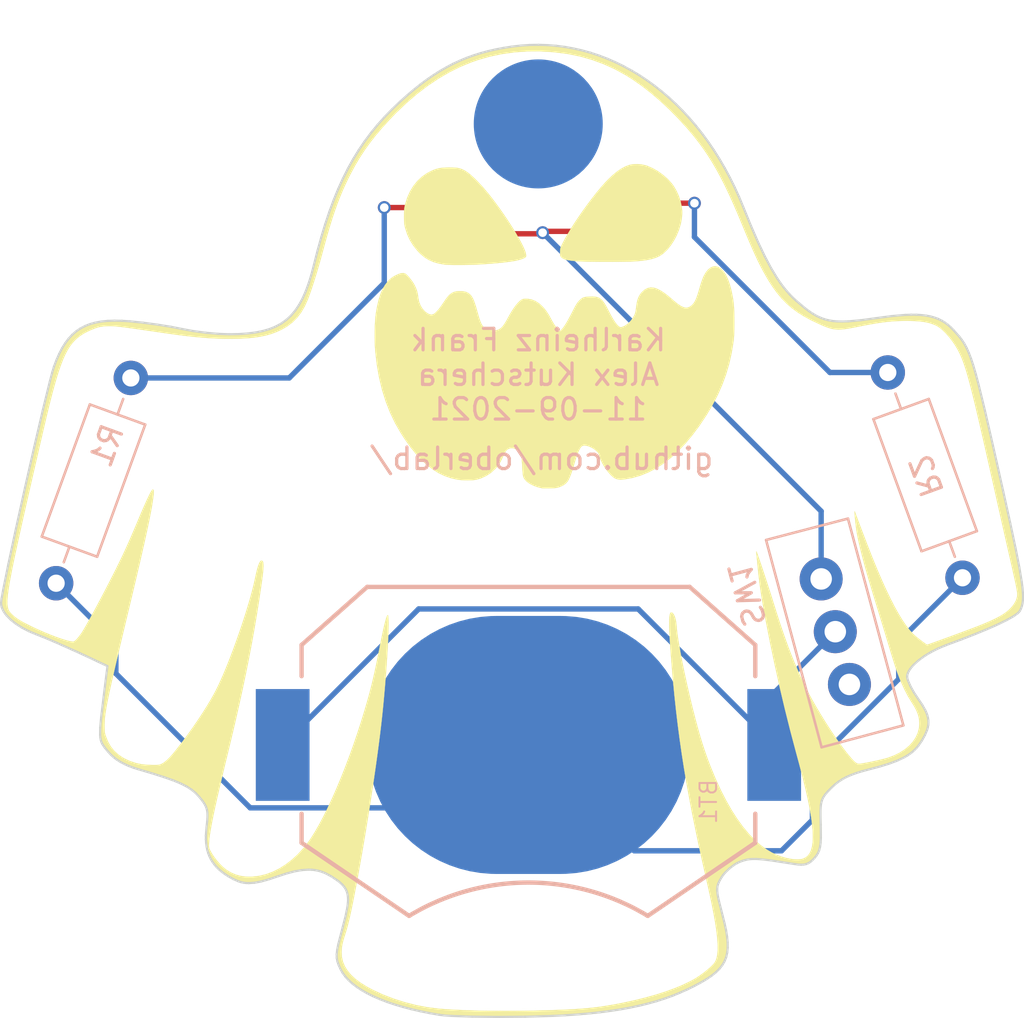
<source format=kicad_pcb>
(kicad_pcb (version 20171130) (host pcbnew 5.1.10)

  (general
    (thickness 1.6)
    (drawings 436)
    (tracks 37)
    (zones 0)
    (modules 14)
    (nets 7)
  )

  (page A4)
  (layers
    (0 F.Cu signal hide)
    (31 B.Cu signal)
    (32 B.Adhes user)
    (33 F.Adhes user hide)
    (34 B.Paste user)
    (35 F.Paste user hide)
    (36 B.SilkS user)
    (37 F.SilkS user hide)
    (38 B.Mask user)
    (39 F.Mask user)
    (40 Dwgs.User user)
    (41 Cmts.User user)
    (42 Eco1.User user)
    (43 Eco2.User user)
    (44 Edge.Cuts user)
    (45 Margin user)
    (46 B.CrtYd user)
    (47 F.CrtYd user)
    (48 B.Fab user)
    (49 F.Fab user)
  )

  (setup
    (last_trace_width 0.25)
    (trace_clearance 0.2)
    (zone_clearance 0.508)
    (zone_45_only no)
    (trace_min 0.2)
    (via_size 0.6)
    (via_drill 0.4)
    (via_min_size 0.4)
    (via_min_drill 0.3)
    (uvia_size 0.3)
    (uvia_drill 0.1)
    (uvias_allowed no)
    (uvia_min_size 0.2)
    (uvia_min_drill 0.1)
    (edge_width 0.15)
    (segment_width 0.2)
    (pcb_text_width 0.3)
    (pcb_text_size 1.5 1.5)
    (mod_edge_width 0.15)
    (mod_text_size 1 1)
    (mod_text_width 0.15)
    (pad_size 2.5 5.2)
    (pad_drill 0)
    (pad_to_mask_clearance 0.2)
    (aux_axis_origin 0 0)
    (visible_elements FFFFFF7F)
    (pcbplotparams
      (layerselection 0x3ffff_ffffffff)
      (usegerberextensions false)
      (usegerberattributes true)
      (usegerberadvancedattributes true)
      (creategerberjobfile true)
      (excludeedgelayer true)
      (linewidth 0.100000)
      (plotframeref false)
      (viasonmask false)
      (mode 1)
      (useauxorigin false)
      (hpglpennumber 1)
      (hpglpenspeed 20)
      (hpglpendiameter 15.000000)
      (psnegative false)
      (psa4output false)
      (plotreference true)
      (plotvalue true)
      (plotinvisibletext false)
      (padsonsilk false)
      (subtractmaskfromsilk false)
      (outputformat 1)
      (mirror false)
      (drillshape 0)
      (scaleselection 1)
      (outputdirectory "gerbers_seegeist/"))
  )

  (net 0 "")
  (net 1 "Net-(BT1-Pad1)")
  (net 2 "Net-(BT1-Pad2)")
  (net 3 "Net-(D1-Pad2)")
  (net 4 "Net-(D1-Pad1)")
  (net 5 "Net-(D2-Pad1)")
  (net 6 "Net-(SW1-Pad3)")

  (net_class Default "This is the default net class."
    (clearance 0.2)
    (trace_width 0.25)
    (via_dia 0.6)
    (via_drill 0.4)
    (uvia_dia 0.3)
    (uvia_drill 0.1)
    (add_net "Net-(BT1-Pad1)")
    (add_net "Net-(BT1-Pad2)")
    (add_net "Net-(D1-Pad1)")
    (add_net "Net-(D1-Pad2)")
    (add_net "Net-(D2-Pad1)")
    (add_net "Net-(SW1-Pad3)")
  )

  (module libraries:Pin (layer B.Cu) (tedit 613C9AA4) (tstamp 613D0525)
    (at 45.6184 23.368)
    (fp_text reference "" (at 0 -0.5) (layer B.SilkS)
      (effects (font (size 1 1) (thickness 0.15)) (justify mirror))
    )
    (fp_text value Pin (at 0 0.5) (layer B.Fab)
      (effects (font (size 1 1) (thickness 0.15)) (justify mirror))
    )
    (fp_circle (center 0 5) (end 1.5 5) (layer B.Cu) (width 3))
    (fp_circle (center 0 5) (end 1 5) (layer B.Mask) (width 3.5))
  )

  (module LED_SMD:LED_1206_3216Metric (layer F.Cu) (tedit 613C9639) (tstamp 613CF1FE)
    (at 49.8856 32.6644 210)
    (descr "LED SMD 1206 (3216 Metric), square (rectangular) end terminal, IPC_7351 nominal, (Body size source: http://www.tortai-tech.com/upload/download/2011102023233369053.pdf), generated with kicad-footprint-generator")
    (tags LED)
    (path /613CA309)
    (attr smd)
    (fp_text reference "" (at 0 -1.82 210) (layer F.SilkS)
      (effects (font (size 1 1) (thickness 0.15)))
    )
    (fp_text value LED (at 0 1.82 210) (layer F.Fab)
      (effects (font (size 1 1) (thickness 0.15)))
    )
    (fp_line (start 1.6 -0.8) (end -1.2 -0.8) (layer F.Fab) (width 0.1))
    (fp_line (start -1.2 -0.8) (end -1.6 -0.4) (layer F.Fab) (width 0.1))
    (fp_line (start -1.6 -0.4) (end -1.6 0.8) (layer F.Fab) (width 0.1))
    (fp_line (start -1.6 0.8) (end 1.6 0.8) (layer F.Fab) (width 0.1))
    (fp_line (start 1.6 0.8) (end 1.6 -0.8) (layer F.Fab) (width 0.1))
    (fp_line (start -2.28 1.12) (end -2.28 -1.12) (layer F.CrtYd) (width 0.05))
    (fp_line (start -2.28 -1.12) (end 2.28 -1.12) (layer F.CrtYd) (width 0.05))
    (fp_line (start 2.28 -1.12) (end 2.28 1.12) (layer F.CrtYd) (width 0.05))
    (fp_line (start 2.28 1.12) (end -2.28 1.12) (layer F.CrtYd) (width 0.05))
    (fp_text user %R (at 0 0 210) (layer F.Fab)
      (effects (font (size 0.8 0.8) (thickness 0.12)))
    )
    (pad 1 smd roundrect (at -1.4 0 210) (size 1.25 1.75) (layers F.Cu F.Paste F.Mask) (roundrect_rratio 0.2)
      (net 5 "Net-(D2-Pad1)"))
    (pad 2 smd roundrect (at 1.4 0 210) (size 1.25 1.75) (layers F.Cu F.Paste F.Mask) (roundrect_rratio 0.2)
      (net 3 "Net-(D1-Pad2)"))
    (model ${KISYS3DMOD}/LED_SMD.3dshapes/LED_1206_3216Metric.wrl
      (at (xyz 0 0 0))
      (scale (xyz 1 1 1))
      (rotate (xyz 0 0 0))
    )
  )

  (module LED_SMD:LED_1206_3216Metric (layer F.Cu) (tedit 613C95DE) (tstamp 613CF1EB)
    (at 41.815164 32.7772 330)
    (descr "LED SMD 1206 (3216 Metric), square (rectangular) end terminal, IPC_7351 nominal, (Body size source: http://www.tortai-tech.com/upload/download/2011102023233369053.pdf), generated with kicad-footprint-generator")
    (tags LED)
    (path /613CAF24)
    (attr smd)
    (fp_text reference "" (at 0.759041 -3.853375 330) (layer F.SilkS)
      (effects (font (size 1 1) (thickness 0.15)))
    )
    (fp_text value LED (at 0 1.82 330) (layer F.Fab)
      (effects (font (size 1 1) (thickness 0.15)))
    )
    (fp_line (start 2.28 1.12) (end -2.28 1.12) (layer F.CrtYd) (width 0.05))
    (fp_line (start 2.28 -1.12) (end 2.28 1.12) (layer F.CrtYd) (width 0.05))
    (fp_line (start -2.28 -1.12) (end 2.28 -1.12) (layer F.CrtYd) (width 0.05))
    (fp_line (start -2.28 1.12) (end -2.28 -1.12) (layer F.CrtYd) (width 0.05))
    (fp_line (start 1.6 0.8) (end 1.6 -0.8) (layer F.Fab) (width 0.1))
    (fp_line (start -1.6 0.8) (end 1.6 0.8) (layer F.Fab) (width 0.1))
    (fp_line (start -1.6 -0.4) (end -1.6 0.8) (layer F.Fab) (width 0.1))
    (fp_line (start -1.2 -0.8) (end -1.6 -0.4) (layer F.Fab) (width 0.1))
    (fp_line (start 1.6 -0.8) (end -1.2 -0.8) (layer F.Fab) (width 0.1))
    (fp_text user %R (at 0 0 330) (layer F.Fab)
      (effects (font (size 0.8 0.8) (thickness 0.12)))
    )
    (pad 2 smd roundrect (at 1.4 0 330) (size 1.25 1.75) (layers F.Cu F.Paste F.Mask) (roundrect_rratio 0.2)
      (net 3 "Net-(D1-Pad2)"))
    (pad 1 smd roundrect (at -1.4 0 330) (size 1.25 1.75) (layers F.Cu F.Paste F.Mask) (roundrect_rratio 0.2)
      (net 4 "Net-(D1-Pad1)"))
    (model ${KISYS3DMOD}/LED_SMD.3dshapes/LED_1206_3216Metric.wrl
      (at (xyz 0 0 0))
      (scale (xyz 1 1 1))
      (rotate (xyz 0 0 0))
    )
  )

  (module LOGO (layer F.Cu) (tedit 0) (tstamp 0)
    (at 0 0)
    (fp_text reference G*** (at 0 0) (layer F.SilkS) hide
      (effects (font (size 1.524 1.524) (thickness 0.3)))
    )
    (fp_text value LOGO (at 0.75 0) (layer F.SilkS) hide
      (effects (font (size 1.524 1.524) (thickness 0.3)))
    )
  )

  (module LOGO (layer F.Cu) (tedit 0) (tstamp 0)
    (at 0 0)
    (fp_text reference G*** (at 0 0) (layer F.SilkS) hide
      (effects (font (size 1.524 1.524) (thickness 0.3)))
    )
    (fp_text value LOGO (at 0.75 0) (layer F.SilkS) hide
      (effects (font (size 1.524 1.524) (thickness 0.3)))
    )
  )

  (module LOGO (layer F.Cu) (tedit 0) (tstamp 0)
    (at 0 0)
    (fp_text reference G*** (at 0 0) (layer F.SilkS) hide
      (effects (font (size 1.524 1.524) (thickness 0.3)))
    )
    (fp_text value LOGO (at 0.75 0) (layer F.SilkS) hide
      (effects (font (size 1.524 1.524) (thickness 0.3)))
    )
  )

  (module LOGO (layer F.Cu) (tedit 0) (tstamp 0)
    (at 0 0)
    (fp_text reference G*** (at 0 0) (layer F.SilkS) hide
      (effects (font (size 1.524 1.524) (thickness 0.3)))
    )
    (fp_text value LOGO (at 0.75 0) (layer F.SilkS) hide
      (effects (font (size 1.524 1.524) (thickness 0.3)))
    )
  )

  (module LOGO (layer F.Cu) (tedit 0) (tstamp 0)
    (at 0 0)
    (fp_text reference G*** (at 0 0) (layer F.SilkS) hide
      (effects (font (size 1.524 1.524) (thickness 0.3)))
    )
    (fp_text value LOGO (at 0.75 0) (layer F.SilkS) hide
      (effects (font (size 1.524 1.524) (thickness 0.3)))
    )
  )

  (module LOGO (layer F.Cu) (tedit 0) (tstamp 0)
    (at 44.3992 47.2948)
    (fp_text reference G*** (at 0 0) (layer F.SilkS) hide
      (effects (font (size 1.524 1.524) (thickness 0.3)))
    )
    (fp_text value LOGO (at 0.75 0) (layer F.SilkS) hide
      (effects (font (size 1.524 1.524) (thickness 0.3)))
    )
    (fp_poly (pts (xy 6.04105 -17.040208) (xy 6.220623 -17.000186) (xy 6.289319 -16.977462) (xy 6.5443 -16.865575)
      (xy 6.792891 -16.72271) (xy 7.027315 -16.554794) (xy 7.239798 -16.367756) (xy 7.422563 -16.167523)
      (xy 7.514933 -16.043205) (xy 7.644482 -15.824663) (xy 7.752679 -15.585637) (xy 7.836169 -15.336497)
      (xy 7.891594 -15.087614) (xy 7.915598 -14.849361) (xy 7.916333 -14.802933) (xy 7.898631 -14.540925)
      (xy 7.847651 -14.272195) (xy 7.766579 -14.003362) (xy 7.658603 -13.741044) (xy 7.526909 -13.49186)
      (xy 7.374685 -13.262428) (xy 7.205117 -13.059366) (xy 7.021393 -12.889294) (xy 6.979207 -12.856826)
      (xy 6.846633 -12.773435) (xy 6.689983 -12.703136) (xy 6.505924 -12.645089) (xy 6.291123 -12.598452)
      (xy 6.042246 -12.562381) (xy 5.75596 -12.536036) (xy 5.692206 -12.531751) (xy 5.58203 -12.526483)
      (xy 5.435687 -12.522103) (xy 5.259336 -12.518609) (xy 5.059132 -12.515998) (xy 4.841234 -12.51427)
      (xy 4.611799 -12.513422) (xy 4.376985 -12.513453) (xy 4.142948 -12.51436) (xy 3.915846 -12.516142)
      (xy 3.701837 -12.518797) (xy 3.507078 -12.522323) (xy 3.337726 -12.526718) (xy 3.199939 -12.531981)
      (xy 3.1891 -12.532506) (xy 2.961044 -12.546612) (xy 2.771591 -12.564791) (xy 2.617141 -12.587806)
      (xy 2.494093 -12.616421) (xy 2.398847 -12.651401) (xy 2.327802 -12.69351) (xy 2.295728 -12.722059)
      (xy 2.264591 -12.757454) (xy 2.24594 -12.791473) (xy 2.236599 -12.836237) (xy 2.233389 -12.903869)
      (xy 2.233083 -12.96098) (xy 2.234231 -13.040287) (xy 2.239928 -13.102137) (xy 2.253552 -13.159259)
      (xy 2.278485 -13.224382) (xy 2.318104 -13.310238) (xy 2.335264 -13.345882) (xy 2.447415 -13.563233)
      (xy 2.584866 -13.805412) (xy 2.743581 -14.066728) (xy 2.91952 -14.341489) (xy 3.108647 -14.624006)
      (xy 3.306923 -14.908586) (xy 3.51031 -15.189541) (xy 3.714771 -15.461178) (xy 3.916267 -15.717807)
      (xy 4.110761 -15.953738) (xy 4.294214 -16.163279) (xy 4.454542 -16.332667) (xy 4.674716 -16.541796)
      (xy 4.882607 -16.71319) (xy 5.08097 -16.848683) (xy 5.272563 -16.950112) (xy 5.460141 -17.019313)
      (xy 5.502931 -17.030844) (xy 5.667282 -17.05655) (xy 5.851628 -17.059334) (xy 6.04105 -17.040208)) (layer F.SilkS) (width 0.01))
    (fp_poly (pts (xy -2.764338 -16.899383) (xy -2.630043 -16.892493) (xy -2.519457 -16.878783) (xy -2.423338 -16.856565)
      (xy -2.332443 -16.824152) (xy -2.237529 -16.779854) (xy -2.220913 -16.771323) (xy -2.098297 -16.69559)
      (xy -1.956846 -16.586815) (xy -1.799693 -16.448145) (xy -1.62997 -16.282728) (xy -1.450807 -16.093709)
      (xy -1.265337 -15.884237) (xy -1.076691 -15.657457) (xy -0.939259 -15.483417) (xy -0.758419 -15.244586)
      (xy -0.580098 -14.999978) (xy -0.406274 -14.752852) (xy -0.238922 -14.506468) (xy -0.08002 -14.264086)
      (xy 0.068458 -14.028965) (xy 0.204535 -13.804367) (xy 0.326234 -13.59355) (xy 0.43158 -13.399775)
      (xy 0.518597 -13.226302) (xy 0.585308 -13.07639) (xy 0.629737 -12.9533) (xy 0.649722 -12.862162)
      (xy 0.65534 -12.794603) (xy 0.650878 -12.754804) (xy 0.631051 -12.728465) (xy 0.590576 -12.701287)
      (xy 0.590191 -12.70105) (xy 0.504063 -12.657895) (xy 0.389969 -12.617802) (xy 0.246184 -12.580513)
      (xy 0.070983 -12.545769) (xy -0.137361 -12.513309) (xy -0.380574 -12.482875) (xy -0.660382 -12.454206)
      (xy -0.978511 -12.427045) (xy -1.336687 -12.401132) (xy -1.45969 -12.393083) (xy -1.630062 -12.383783)
      (xy -1.817969 -12.376284) (xy -2.016658 -12.370621) (xy -2.219379 -12.366831) (xy -2.419378 -12.364949)
      (xy -2.609904 -12.365012) (xy -2.784204 -12.367056) (xy -2.935526 -12.371117) (xy -3.057118 -12.377231)
      (xy -3.132667 -12.384146) (xy -3.410187 -12.432137) (xy -3.656444 -12.503277) (xy -3.877418 -12.600585)
      (xy -4.079086 -12.727078) (xy -4.267426 -12.885775) (xy -4.400305 -13.024111) (xy -4.595805 -13.268565)
      (xy -4.753317 -13.521353) (xy -4.877183 -13.790492) (xy -4.969163 -14.074272) (xy -4.990239 -14.158029)
      (xy -5.005141 -14.232942) (xy -5.014926 -14.309647) (xy -5.020656 -14.398778) (xy -5.023388 -14.510971)
      (xy -5.024132 -14.626167) (xy -5.023698 -14.764865) (xy -5.020954 -14.872343) (xy -5.014835 -14.959697)
      (xy -5.004271 -15.038024) (xy -4.988197 -15.118418) (xy -4.969152 -15.197667) (xy -4.873255 -15.504481)
      (xy -4.746371 -15.787251) (xy -4.590187 -16.043755) (xy -4.40639 -16.271773) (xy -4.196665 -16.469081)
      (xy -3.962699 -16.633458) (xy -3.82064 -16.710828) (xy -3.666732 -16.781228) (xy -3.524913 -16.832799)
      (xy -3.383522 -16.868038) (xy -3.230898 -16.889442) (xy -3.055379 -16.899505) (xy -2.931583 -16.901143)
      (xy -2.764338 -16.899383)) (layer F.SilkS) (width 0.01))
    (fp_poly (pts (xy 9.575678 -12.281043) (xy 9.692988 -12.21439) (xy 9.729676 -12.184416) (xy 9.846186 -12.058804)
      (xy 9.951555 -11.89651) (xy 10.046111 -11.696682) (xy 10.130182 -11.458468) (xy 10.204095 -11.181016)
      (xy 10.26818 -10.863473) (xy 10.291085 -10.725357) (xy 10.309263 -10.577514) (xy 10.323593 -10.396042)
      (xy 10.334031 -10.189476) (xy 10.340531 -9.96635) (xy 10.343047 -9.735197) (xy 10.341533 -9.504552)
      (xy 10.335945 -9.282949) (xy 10.326235 -9.078921) (xy 10.31236 -8.901004) (xy 10.301347 -8.805333)
      (xy 10.214908 -8.276863) (xy 10.100163 -7.76847) (xy 9.955315 -7.275715) (xy 9.778568 -6.79416)
      (xy 9.568124 -6.319364) (xy 9.322186 -5.846889) (xy 9.038958 -5.372297) (xy 8.717112 -4.891814)
      (xy 8.393357 -4.456697) (xy 8.064707 -4.063421) (xy 7.730814 -3.71174) (xy 7.391333 -3.401406)
      (xy 7.045917 -3.132173) (xy 6.69422 -2.903793) (xy 6.335896 -2.716021) (xy 5.970598 -2.568609)
      (xy 5.597981 -2.46131) (xy 5.217697 -2.393877) (xy 5.212145 -2.393194) (xy 5.053924 -2.381481)
      (xy 4.923431 -2.391827) (xy 4.810329 -2.428056) (xy 4.704282 -2.493992) (xy 4.594954 -2.593458)
      (xy 4.554357 -2.636512) (xy 4.415289 -2.802845) (xy 4.292291 -2.978712) (xy 4.190444 -3.155479)
      (xy 4.114827 -3.324515) (xy 4.076663 -3.448245) (xy 4.052792 -3.52792) (xy 4.022513 -3.599287)
      (xy 4.001066 -3.634759) (xy 3.914129 -3.726706) (xy 3.807395 -3.809337) (xy 3.689189 -3.878926)
      (xy 3.567834 -3.931744) (xy 3.451658 -3.964065) (xy 3.348984 -3.972162) (xy 3.279732 -3.957711)
      (xy 3.225459 -3.919176) (xy 3.169735 -3.84708) (xy 3.111851 -3.739858) (xy 3.051102 -3.595942)
      (xy 2.98678 -3.413766) (xy 2.918179 -3.191761) (xy 2.890143 -3.094157) (xy 2.824843 -2.87562)
      (xy 2.759336 -2.68116) (xy 2.695373 -2.515367) (xy 2.634709 -2.382829) (xy 2.58618 -2.298446)
      (xy 2.499167 -2.201396) (xy 2.378282 -2.115449) (xy 2.231602 -2.046007) (xy 2.183377 -2.029071)
      (xy 2.110565 -2.008583) (xy 2.033117 -1.994336) (xy 1.940327 -1.985071) (xy 1.821488 -1.979531)
      (xy 1.74625 -1.977713) (xy 1.634045 -1.976353) (xy 1.533242 -1.976588) (xy 1.453323 -1.978293)
      (xy 1.403765 -1.981343) (xy 1.397 -1.982345) (xy 1.182843 -2.035281) (xy 0.99059 -2.105285)
      (xy 0.824627 -2.189901) (xy 0.689341 -2.286674) (xy 0.589118 -2.393149) (xy 0.549686 -2.456603)
      (xy 0.532733 -2.493704) (xy 0.518946 -2.535239) (xy 0.507577 -2.587014) (xy 0.49788 -2.654832)
      (xy 0.48911 -2.744498) (xy 0.480518 -2.861818) (xy 0.47136 -3.012596) (xy 0.466093 -3.106744)
      (xy 0.455754 -3.267727) (xy 0.443245 -3.39331) (xy 0.426505 -3.490423) (xy 0.403474 -3.565999)
      (xy 0.372089 -3.626971) (xy 0.330288 -3.680269) (xy 0.281324 -3.728071) (xy 0.170723 -3.804819)
      (xy 0.054163 -3.84462) (xy -0.062046 -3.846915) (xy -0.171589 -3.811148) (xy -0.229123 -3.773117)
      (xy -0.272099 -3.730636) (xy -0.313757 -3.671047) (xy -0.358975 -3.586353) (xy -0.407047 -3.48136)
      (xy -0.478744 -3.323818) (xy -0.543855 -3.196855) (xy -0.608549 -3.090685) (xy -0.67899 -2.995519)
      (xy -0.761344 -2.901572) (xy -0.79375 -2.867553) (xy -0.994288 -2.690019) (xy -1.21837 -2.545604)
      (xy -1.460701 -2.437307) (xy -1.651 -2.381648) (xy -1.758684 -2.364643) (xy -1.896488 -2.354275)
      (xy -2.052724 -2.350525) (xy -2.215704 -2.353376) (xy -2.373742 -2.362811) (xy -2.515149 -2.378812)
      (xy -2.541562 -2.382992) (xy -2.842168 -2.450636) (xy -3.132949 -2.551554) (xy -3.415178 -2.686793)
      (xy -3.690132 -2.857396) (xy -3.959086 -3.06441) (xy -4.223314 -3.308879) (xy -4.484092 -3.591849)
      (xy -4.742696 -3.914365) (xy -5.0004 -4.277472) (xy -5.168125 -4.535908) (xy -5.437081 -5.002907)
      (xy -5.673045 -5.495127) (xy -5.876127 -6.012917) (xy -6.046437 -6.556626) (xy -6.184082 -7.126604)
      (xy -6.289173 -7.7232) (xy -6.361818 -8.346763) (xy -6.363056 -8.360833) (xy -6.377507 -8.572761)
      (xy -6.38633 -8.806131) (xy -6.389685 -9.05177) (xy -6.387735 -9.300503) (xy -6.380641 -9.543154)
      (xy -6.368565 -9.770551) (xy -6.351668 -9.973517) (xy -6.331884 -10.131558) (xy -6.27268 -10.46239)
      (xy -6.202409 -10.754729) (xy -6.120054 -11.011205) (xy -6.0246 -11.234447) (xy -5.915034 -11.427084)
      (xy -5.790339 -11.591745) (xy -5.752032 -11.633768) (xy -5.666847 -11.717915) (xy -5.585678 -11.78336)
      (xy -5.492492 -11.841863) (xy -5.405077 -11.888255) (xy -5.265593 -11.951437) (xy -5.15125 -11.985748)
      (xy -5.056927 -11.991919) (xy -4.977503 -11.970683) (xy -4.947252 -11.953698) (xy -4.888733 -11.904797)
      (xy -4.816266 -11.828595) (xy -4.737232 -11.734359) (xy -4.659009 -11.631356) (xy -4.588979 -11.528855)
      (xy -4.534521 -11.436122) (xy -4.533469 -11.434099) (xy -4.461641 -11.281387) (xy -4.411766 -11.137762)
      (xy -4.378436 -10.984909) (xy -4.360526 -10.848259) (xy -4.323599 -10.658812) (xy -4.255879 -10.483091)
      (xy -4.161289 -10.327749) (xy -4.043751 -10.199437) (xy -3.929199 -10.11686) (xy -3.828054 -10.069865)
      (xy -3.74212 -10.056419) (xy -3.662231 -10.075462) (xy -3.644619 -10.083873) (xy -3.574044 -10.13445)
      (xy -3.488392 -10.219627) (xy -3.390754 -10.335772) (xy -3.284222 -10.479248) (xy -3.190386 -10.61783)
      (xy -3.081539 -10.777699) (xy -2.984117 -10.902837) (xy -2.892633 -10.997325) (xy -2.801605 -11.065243)
      (xy -2.705547 -11.11067) (xy -2.598977 -11.137688) (xy -2.476408 -11.150375) (xy -2.47442 -11.150477)
      (xy -2.293108 -11.146657) (xy -2.141179 -11.114293) (xy -2.015541 -11.051996) (xy -1.9131 -10.958378)
      (xy -1.852234 -10.87125) (xy -1.807208 -10.784527) (xy -1.761483 -10.675564) (xy -1.713404 -10.539642)
      (xy -1.661316 -10.372042) (xy -1.603564 -10.168046) (xy -1.596428 -10.14183) (xy -1.53964 -9.941896)
      (xy -1.486473 -9.779432) (xy -1.433624 -9.650145) (xy -1.377789 -9.549741) (xy -1.315666 -9.473928)
      (xy -1.243951 -9.418412) (xy -1.159343 -9.3789) (xy -1.058537 -9.351099) (xy -0.97672 -9.336331)
      (xy -0.84472 -9.323314) (xy -0.730073 -9.330305) (xy -0.628396 -9.360431) (xy -0.535307 -9.416816)
      (xy -0.446425 -9.502587) (xy -0.357369 -9.62087) (xy -0.263756 -9.774791) (xy -0.201612 -9.889287)
      (xy -0.085654 -10.098714) (xy 0.029881 -10.285916) (xy 0.14264 -10.447959) (xy 0.250269 -10.581908)
      (xy 0.350413 -10.68483) (xy 0.44072 -10.753789) (xy 0.517437 -10.785598) (xy 0.579508 -10.791779)
      (xy 0.664575 -10.793462) (xy 0.748038 -10.790596) (xy 0.921853 -10.758701) (xy 1.094106 -10.686914)
      (xy 1.261894 -10.577656) (xy 1.422314 -10.433348) (xy 1.572464 -10.256411) (xy 1.70944 -10.049264)
      (xy 1.770725 -9.93775) (xy 1.856353 -9.77943) (xy 1.941722 -9.635493) (xy 2.02274 -9.512187)
      (xy 2.095316 -9.415756) (xy 2.15246 -9.354956) (xy 2.227696 -9.288898) (xy 2.300464 -9.359324)
      (xy 2.374573 -9.444689) (xy 2.461832 -9.569993) (xy 2.562087 -9.734989) (xy 2.675186 -9.939427)
      (xy 2.776808 -10.135149) (xy 2.851266 -10.281123) (xy 2.910875 -10.395214) (xy 2.959371 -10.483571)
      (xy 3.000493 -10.552346) (xy 3.037978 -10.607688) (xy 3.075565 -10.655748) (xy 3.116992 -10.702676)
      (xy 3.130695 -10.717419) (xy 3.204517 -10.787926) (xy 3.278422 -10.837151) (xy 3.362912 -10.869071)
      (xy 3.468484 -10.887666) (xy 3.604224 -10.89686) (xy 3.748598 -10.898753) (xy 3.870901 -10.890123)
      (xy 3.975673 -10.867455) (xy 4.06745 -10.827234) (xy 4.150771 -10.765945) (xy 4.230172 -10.680073)
      (xy 4.310193 -10.566103) (xy 4.395371 -10.42052) (xy 4.490243 -10.239808) (xy 4.514492 -10.19175)
      (xy 4.621651 -9.987958) (xy 4.722912 -9.814848) (xy 4.816577 -9.674991) (xy 4.900951 -9.570955)
      (xy 4.961681 -9.514433) (xy 5.013379 -9.479752) (xy 5.055144 -9.469488) (xy 5.107685 -9.478852)
      (xy 5.111274 -9.479834) (xy 5.236721 -9.532775) (xy 5.364071 -9.619335) (xy 5.485208 -9.732002)
      (xy 5.592014 -9.863266) (xy 5.673858 -10.000462) (xy 5.70674 -10.074096) (xy 5.730655 -10.147474)
      (xy 5.748763 -10.233435) (xy 5.764222 -10.344818) (xy 5.76905 -10.387236) (xy 5.796971 -10.583785)
      (xy 5.835159 -10.746388) (xy 5.886511 -10.882786) (xy 5.953928 -11.000719) (xy 6.038078 -11.105516)
      (xy 6.165842 -11.218999) (xy 6.301457 -11.291194) (xy 6.44412 -11.321895) (xy 6.593025 -11.310897)
      (xy 6.706195 -11.276021) (xy 6.808869 -11.230654) (xy 6.91042 -11.176898) (xy 7.016069 -11.111069)
      (xy 7.131036 -11.02948) (xy 7.260541 -10.928448) (xy 7.409804 -10.804286) (xy 7.566578 -10.668641)
      (xy 7.715462 -10.549102) (xy 7.855108 -10.458756) (xy 7.980838 -10.400383) (xy 8.049538 -10.381509)
      (xy 8.154833 -10.382627) (xy 8.261151 -10.421374) (xy 8.362352 -10.493656) (xy 8.452295 -10.595379)
      (xy 8.508014 -10.687234) (xy 8.543782 -10.762518) (xy 8.578827 -10.848187) (xy 8.615489 -10.951021)
      (xy 8.656107 -11.077798) (xy 8.703021 -11.235295) (xy 8.731797 -11.335507) (xy 8.771337 -11.466371)
      (xy 8.815472 -11.599099) (xy 8.85978 -11.721188) (xy 8.899836 -11.820131) (xy 8.914563 -11.852263)
      (xy 9.008816 -12.017962) (xy 9.112334 -12.147145) (xy 9.222948 -12.238928) (xy 9.338489 -12.292428)
      (xy 9.456789 -12.306761) (xy 9.575678 -12.281043)) (layer F.SilkS) (width 0.01))
    (fp_poly (pts (xy 1.624266 -22.594557) (xy 2.137833 -22.552248) (xy 2.741995 -22.459905) (xy 3.336161 -22.326733)
      (xy 3.919529 -22.153223) (xy 4.491302 -21.939868) (xy 5.050678 -21.687159) (xy 5.59686 -21.395591)
      (xy 6.129047 -21.065654) (xy 6.646439 -20.69784) (xy 7.148238 -20.292644) (xy 7.633644 -19.850555)
      (xy 8.101857 -19.372068) (xy 8.552077 -18.857673) (xy 8.94299 -18.362083) (xy 9.345756 -17.793792)
      (xy 9.72256 -17.195589) (xy 10.075026 -16.564847) (xy 10.190541 -16.340667) (xy 10.274147 -16.174154)
      (xy 10.347366 -16.025985) (xy 10.413301 -15.889234) (xy 10.475054 -15.756971) (xy 10.535727 -15.622268)
      (xy 10.598421 -15.478197) (xy 10.666239 -15.317828) (xy 10.742283 -15.134233) (xy 10.829654 -14.920485)
      (xy 10.862025 -14.84086) (xy 10.993902 -14.518265) (xy 11.114105 -14.229014) (xy 11.225467 -13.966681)
      (xy 11.330826 -13.72484) (xy 11.433015 -13.497066) (xy 11.53487 -13.276934) (xy 11.639227 -13.058017)
      (xy 11.736627 -12.85875) (xy 11.918572 -12.500526) (xy 12.093242 -12.178792) (xy 12.263924 -11.889041)
      (xy 12.433906 -11.626769) (xy 12.606476 -11.387471) (xy 12.784922 -11.166642) (xy 12.972532 -10.959776)
      (xy 13.172592 -10.762368) (xy 13.388392 -10.569914) (xy 13.436888 -10.528978) (xy 13.68351 -10.330863)
      (xy 13.912552 -10.165679) (xy 14.129997 -10.031186) (xy 14.341827 -9.925146) (xy 14.554025 -9.845319)
      (xy 14.772574 -9.789467) (xy 15.003457 -9.755351) (xy 15.252657 -9.740732) (xy 15.526156 -9.743372)
      (xy 15.535308 -9.743713) (xy 15.661462 -9.749253) (xy 15.783241 -9.756363) (xy 15.906574 -9.765676)
      (xy 16.03739 -9.777826) (xy 16.181621 -9.793446) (xy 16.345194 -9.81317) (xy 16.534041 -9.837632)
      (xy 16.75409 -9.867464) (xy 16.9545 -9.895332) (xy 17.376811 -9.95125) (xy 17.761269 -9.994905)
      (xy 18.110612 -10.02604) (xy 18.427583 -10.044397) (xy 18.714922 -10.049718) (xy 18.975371 -10.041746)
      (xy 19.211669 -10.020222) (xy 19.426559 -9.98489) (xy 19.62278 -9.935492) (xy 19.803075 -9.87177)
      (xy 19.970183 -9.793466) (xy 20.126846 -9.700323) (xy 20.275804 -9.592083) (xy 20.288462 -9.581966)
      (xy 20.392024 -9.491162) (xy 20.51061 -9.375083) (xy 20.635356 -9.243401) (xy 20.757398 -9.10579)
      (xy 20.86787 -8.971923) (xy 20.957909 -8.851474) (xy 20.957991 -8.851356) (xy 21.007341 -8.777631)
      (xy 21.055676 -8.699283) (xy 21.103361 -8.614927) (xy 21.150765 -8.523177) (xy 21.198255 -8.422648)
      (xy 21.246198 -8.311955) (xy 21.294962 -8.189714) (xy 21.344915 -8.054538) (xy 21.396423 -7.905043)
      (xy 21.449854 -7.739843) (xy 21.505576 -7.557554) (xy 21.563956 -7.35679) (xy 21.625362 -7.136167)
      (xy 21.690161 -6.894298) (xy 21.75872 -6.6298) (xy 21.831407 -6.341286) (xy 21.90859 -6.027372)
      (xy 21.990636 -5.686672) (xy 22.077911 -5.317802) (xy 22.170785 -4.919376) (xy 22.269624 -4.490009)
      (xy 22.374796 -4.028315) (xy 22.486668 -3.532911) (xy 22.605607 -3.002411) (xy 22.731982 -2.435429)
      (xy 22.866159 -1.83058) (xy 23.008506 -1.18648) (xy 23.092761 -0.804333) (xy 23.199397 -0.317538)
      (xy 23.296093 0.130095) (xy 23.383133 0.540485) (xy 23.460803 0.915547) (xy 23.52939 1.2572)
      (xy 23.58918 1.567361) (xy 23.640458 1.847948) (xy 23.68351 2.100878) (xy 23.718622 2.328069)
      (xy 23.746081 2.531438) (xy 23.766171 2.712902) (xy 23.779179 2.87438) (xy 23.785391 3.017789)
      (xy 23.785093 3.145045) (xy 23.778571 3.258068) (xy 23.76611 3.358774) (xy 23.747997 3.449081)
      (xy 23.734471 3.499288) (xy 23.689821 3.629607) (xy 23.638641 3.730236) (xy 23.572148 3.813756)
      (xy 23.481558 3.892749) (xy 23.436717 3.925819) (xy 23.294875 4.018115) (xy 23.113295 4.121223)
      (xy 22.893043 4.234672) (xy 22.635181 4.357989) (xy 22.340775 4.490702) (xy 22.010888 4.632339)
      (xy 21.646585 4.782427) (xy 21.248929 4.940494) (xy 20.818986 5.106069) (xy 20.54225 5.210207)
      (xy 20.216817 5.335982) (xy 19.928464 5.457109) (xy 19.672554 5.576133) (xy 19.444449 5.695604)
      (xy 19.239513 5.818066) (xy 19.053107 5.946068) (xy 18.880596 6.082156) (xy 18.759136 6.189583)
      (xy 18.657238 6.295016) (xy 18.563621 6.412431) (xy 18.4855 6.531338) (xy 18.430094 6.641244)
      (xy 18.411809 6.694463) (xy 18.398289 6.758567) (xy 18.398477 6.814369) (xy 18.413417 6.881713)
      (xy 18.423442 6.915308) (xy 18.482826 7.073427) (xy 18.571288 7.257215) (xy 18.689345 7.467627)
      (xy 18.837515 7.705618) (xy 18.915716 7.824302) (xy 19.039972 8.013461) (xy 19.140373 8.175051)
      (xy 19.219444 8.314612) (xy 19.279709 8.437684) (xy 19.323694 8.549807) (xy 19.353922 8.656522)
      (xy 19.372919 8.763369) (xy 19.381236 8.845857) (xy 19.377568 9.025914) (xy 19.339962 9.215936)
      (xy 19.26754 9.418393) (xy 19.159423 9.635756) (xy 19.019205 9.863789) (xy 18.914132 10.009757)
      (xy 18.800222 10.143229) (xy 18.674345 10.265848) (xy 18.533372 10.379254) (xy 18.374173 10.485087)
      (xy 18.193619 10.584989) (xy 17.988579 10.6806) (xy 17.755925 10.773561) (xy 17.492526 10.865514)
      (xy 17.195254 10.958098) (xy 16.860978 11.052956) (xy 16.637 11.112783) (xy 16.428573 11.168307)
      (xy 16.253937 11.217285) (xy 16.105548 11.262325) (xy 15.975866 11.306035) (xy 15.857348 11.351022)
      (xy 15.742452 11.399894) (xy 15.623637 11.455259) (xy 15.568083 11.482394) (xy 15.412475 11.562843)
      (xy 15.279266 11.64107) (xy 15.158756 11.724335) (xy 15.041244 11.819894) (xy 14.917029 11.935008)
      (xy 14.784043 12.069024) (xy 14.695549 12.161385) (xy 14.620621 12.243409) (xy 14.558152 12.319517)
      (xy 14.507038 12.394133) (xy 14.466172 12.471676) (xy 14.434448 12.55657) (xy 14.410762 12.653235)
      (xy 14.394006 12.766093) (xy 14.383076 12.899567) (xy 14.376865 13.058078) (xy 14.374267 13.246047)
      (xy 14.374178 13.467896) (xy 14.375346 13.703306) (xy 14.376434 13.943753) (xy 14.376353 14.146325)
      (xy 14.374644 14.315475) (xy 14.370851 14.455654) (xy 14.364516 14.571316) (xy 14.355183 14.666912)
      (xy 14.342394 14.746895) (xy 14.325693 14.815717) (xy 14.304621 14.877831) (xy 14.278722 14.937689)
      (xy 14.247539 14.999744) (xy 14.240948 15.012208) (xy 14.155896 15.145767) (xy 14.049548 15.272407)
      (xy 13.932257 15.381438) (xy 13.814377 15.46217) (xy 13.795631 15.472008) (xy 13.733992 15.499004)
      (xy 13.668153 15.518884) (xy 13.593546 15.531528) (xy 13.505601 15.536814) (xy 13.399748 15.534621)
      (xy 13.27142 15.524829) (xy 13.116046 15.507316) (xy 12.929058 15.481961) (xy 12.705886 15.448644)
      (xy 12.662889 15.442004) (xy 12.36278 15.396389) (xy 12.100331 15.358732) (xy 11.87165 15.328882)
      (xy 11.672847 15.306685) (xy 11.500034 15.291991) (xy 11.349318 15.284648) (xy 11.21681 15.284502)
      (xy 11.09862 15.291403) (xy 10.990858 15.305197) (xy 10.889633 15.325734) (xy 10.791056 15.352861)
      (xy 10.74669 15.367122) (xy 10.52573 15.460771) (xy 10.309774 15.589702) (xy 10.107359 15.74701)
      (xy 9.927023 15.92579) (xy 9.777303 16.119139) (xy 9.736691 16.18391) (xy 9.665082 16.311133)
      (xy 9.615934 16.416559) (xy 9.586021 16.512039) (xy 9.572119 16.609424) (xy 9.570999 16.720566)
      (xy 9.574011 16.781553) (xy 9.578088 16.838286) (xy 9.583712 16.894208) (xy 9.591832 16.953714)
      (xy 9.6034 17.021203) (xy 9.619364 17.101069) (xy 9.640676 17.197711) (xy 9.668286 17.315525)
      (xy 9.703144 17.458908) (xy 9.7462 17.632255) (xy 9.798405 17.839965) (xy 9.828699 17.959917)
      (xy 9.887321 18.196534) (xy 9.934695 18.399584) (xy 9.972017 18.57596) (xy 10.000486 18.732558)
      (xy 10.0213 18.876271) (xy 10.035657 19.013994) (xy 10.044755 19.152622) (xy 10.047529 19.219333)
      (xy 10.046232 19.468986) (xy 10.021824 19.688721) (xy 9.971603 19.885709) (xy 9.892866 20.06712)
      (xy 9.782913 20.240125) (xy 9.639041 20.411895) (xy 9.572041 20.481212) (xy 9.412863 20.622766)
      (xy 9.215131 20.7687) (xy 8.982182 20.917288) (xy 8.717352 21.066803) (xy 8.423978 21.21552)
      (xy 8.105397 21.361711) (xy 7.764946 21.503651) (xy 7.40596 21.639612) (xy 7.180811 21.718365)
      (xy 6.534086 21.923401) (xy 5.892664 22.097345) (xy 5.248133 22.241913) (xy 4.592075 22.35882)
      (xy 3.916075 22.449784) (xy 3.302 22.509412) (xy 3.007189 22.530705) (xy 2.675238 22.55007)
      (xy 2.311302 22.567419) (xy 1.920533 22.582663) (xy 1.508086 22.595712) (xy 1.079114 22.606478)
      (xy 0.638772 22.614872) (xy 0.192212 22.620805) (xy -0.255411 22.624188) (xy -0.698943 22.624932)
      (xy -1.133232 22.622948) (xy -1.553122 22.618146) (xy -1.953461 22.610439) (xy -2.188627 22.604191)
      (xy -2.455678 22.595299) (xy -2.68768 22.585226) (xy -2.89191 22.573325) (xy -3.075651 22.558953)
      (xy -3.24618 22.541462) (xy -3.410779 22.520209) (xy -3.576727 22.494547) (xy -3.731953 22.467387)
      (xy -4.267342 22.360688) (xy -4.772589 22.242087) (xy -5.246526 22.112089) (xy -5.687982 21.971195)
      (xy -6.095789 21.819908) (xy -6.468777 21.658733) (xy -6.805776 21.488171) (xy -7.105617 21.308726)
      (xy -7.367132 21.120902) (xy -7.589149 20.9252) (xy -7.76107 20.73415) (xy -7.863411 20.589423)
      (xy -7.960513 20.424068) (xy -8.04437 20.253282) (xy -8.106976 20.092262) (xy -8.117999 20.05659)
      (xy -8.13476 19.987494) (xy -8.144323 19.914321) (xy -8.147478 19.825341) (xy -8.145017 19.70882)
      (xy -8.143684 19.67559) (xy -8.141446 19.621774) (xy -8.139161 19.574571) (xy -8.136005 19.530263)
      (xy -8.131156 19.485133) (xy -8.123792 19.435461) (xy -8.113088 19.377531) (xy -8.098223 19.307624)
      (xy -8.078373 19.222023) (xy -8.052715 19.117009) (xy -8.020427 18.988865) (xy -7.980686 18.833872)
      (xy -7.932668 18.648313) (xy -7.875551 18.42847) (xy -7.822517 18.2245) (xy -7.754149 17.950733)
      (xy -7.701091 17.712245) (xy -7.663084 17.504949) (xy -7.639872 17.324756) (xy -7.631195 17.167579)
      (xy -7.636797 17.029329) (xy -7.65642 16.905919) (xy -7.689805 16.793261) (xy -7.726849 16.7069)
      (xy -7.802933 16.587233) (xy -7.913904 16.462535) (xy -8.053346 16.337066) (xy -8.214845 16.215085)
      (xy -8.391987 16.100851) (xy -8.578355 15.998624) (xy -8.767536 15.912664) (xy -8.953114 15.847229)
      (xy -9.0647 15.818588) (xy -9.153926 15.804294) (xy -9.267506 15.792974) (xy -9.387484 15.786192)
      (xy -9.450917 15.784958) (xy -9.584306 15.787423) (xy -9.71569 15.796415) (xy -9.850484 15.813114)
      (xy -9.994107 15.8387) (xy -10.151975 15.874355) (xy -10.329508 15.921258) (xy -10.532122 15.98059)
      (xy -10.765234 16.053532) (xy -10.932583 16.107787) (xy -11.141732 16.175635) (xy -11.317227 16.230893)
      (xy -11.465273 16.275236) (xy -11.592074 16.310339) (xy -11.703834 16.337879) (xy -11.806758 16.359529)
      (xy -11.907048 16.376967) (xy -11.957183 16.384492) (xy -12.132901 16.398974) (xy -12.32062 16.396146)
      (xy -12.501725 16.376933) (xy -12.625917 16.3513) (xy -12.808011 16.288614) (xy -13.003837 16.195613)
      (xy -13.204557 16.077798) (xy -13.401336 15.940668) (xy -13.585336 15.789726) (xy -13.694833 15.685867)
      (xy -13.851977 15.512373) (xy -13.977116 15.338952) (xy -14.073821 15.157597) (xy -14.145664 14.960299)
      (xy -14.196217 14.73905) (xy -14.228796 14.488583) (xy -14.236205 14.399721) (xy -14.240429 14.318719)
      (xy -14.241196 14.237268) (xy -14.238231 14.147055) (xy -14.231258 14.039772) (xy -14.220006 13.907106)
      (xy -14.204198 13.740747) (xy -14.204082 13.73956) (xy -14.186248 13.546341) (xy -14.174523 13.388756)
      (xy -14.169069 13.260525) (xy -14.170043 13.15537) (xy -14.177607 13.067009) (xy -14.19192 12.989165)
      (xy -14.213142 12.915558) (xy -14.225975 12.879498) (xy -14.285299 12.756027) (xy -14.373706 12.618092)
      (xy -14.484349 12.473619) (xy -14.610383 12.330536) (xy -14.744962 12.196769) (xy -14.881242 12.080244)
      (xy -14.97431 12.012964) (xy -15.088513 11.940778) (xy -15.20822 11.87222) (xy -15.337176 11.805824)
      (xy -15.479126 11.740123) (xy -15.637814 11.673653) (xy -15.816985 11.604945) (xy -16.020383 11.532533)
      (xy -16.251753 11.454951) (xy -16.51484 11.370732) (xy -16.813388 11.278411) (xy -16.975667 11.229195)
      (xy -17.184394 11.165964) (xy -17.357972 11.112583) (xy -17.501895 11.067062) (xy -17.621657 11.02741)
      (xy -17.722754 10.991638) (xy -17.81068 10.957756) (xy -17.890929 10.923774) (xy -17.968996 10.887703)
      (xy -18.050376 10.847553) (xy -18.101489 10.821495) (xy -18.36055 10.667897) (xy -18.590676 10.486784)
      (xy -18.799335 10.272169) (xy -18.825867 10.240782) (xy -18.929744 10.112432) (xy -19.010048 10.001844)
      (xy -19.069499 9.900502) (xy -19.110813 9.799889) (xy -19.136711 9.691488) (xy -19.14991 9.566781)
      (xy -19.153128 9.417251) (xy -19.149084 9.234382) (xy -19.148892 9.228667) (xy -19.145402 9.141338)
      (xy -19.140588 9.051279) (xy -19.134084 8.9551) (xy -19.125524 8.849418) (xy -19.114541 8.730845)
      (xy -19.100769 8.595995) (xy -19.083842 8.441482) (xy -19.063393 8.263919) (xy -19.039056 8.059921)
      (xy -19.010465 7.826102) (xy -18.977254 7.559074) (xy -18.939056 7.255452) (xy -18.914197 7.059083)
      (xy -18.892784 6.886796) (xy -18.873886 6.727979) (xy -18.858012 6.587472) (xy -18.845675 6.470114)
      (xy -18.837385 6.380742) (xy -18.833653 6.324195) (xy -18.834581 6.305397) (xy -18.857488 6.292952)
      (xy -18.914489 6.264876) (xy -19.001209 6.223208) (xy -19.113277 6.169993) (xy -19.246317 6.107271)
      (xy -19.395957 6.037085) (xy -19.557823 5.961478) (xy -19.727542 5.882491) (xy -19.900741 5.802167)
      (xy -20.073045 5.722547) (xy -20.240081 5.645675) (xy -20.397476 5.573592) (xy -20.540856 5.50834)
      (xy -20.563417 5.498121) (xy -20.757308 5.411297) (xy -20.967721 5.31871) (xy -21.186975 5.223622)
      (xy -21.40739 5.129295) (xy -21.621285 5.03899) (xy -21.820978 4.955969) (xy -21.998789 4.883493)
      (xy -22.147037 4.824824) (xy -22.167951 4.816764) (xy -22.39123 4.722719) (xy -22.622633 4.610284)
      (xy -22.844346 4.488553) (xy -23.002651 4.390663) (xy -23.140307 4.290761) (xy -23.277976 4.174075)
      (xy -23.408039 4.048382) (xy -23.522872 3.921459) (xy -23.614854 3.801083) (xy -23.668737 3.711012)
      (xy -23.711215 3.619679) (xy -23.740177 3.537703) (xy -23.756269 3.456053) (xy -23.760141 3.365697)
      (xy -23.756432 3.313636) (xy -23.47262 3.313636) (xy -23.470537 3.395925) (xy -23.464599 3.468825)
      (xy -23.455089 3.533848) (xy -23.442293 3.592509) (xy -23.43829 3.607528) (xy -23.417068 3.673373)
      (xy -23.389959 3.728182) (xy -23.349388 3.783308) (xy -23.287782 3.850102) (xy -23.253082 3.885093)
      (xy -23.163259 3.967426) (xy -23.059243 4.048275) (xy -22.936145 4.13066) (xy -22.789075 4.2176)
      (xy -22.613145 4.312114) (xy -22.403464 4.417221) (xy -22.346858 4.444705) (xy -22.118701 4.552085)
      (xy -21.889198 4.654823) (xy -21.66215 4.751571) (xy -21.441362 4.84098) (xy -21.230635 4.921703)
      (xy -21.033773 4.992393) (xy -20.854578 5.051699) (xy -20.696854 5.098276) (xy -20.564403 5.130774)
      (xy -20.461027 5.147847) (xy -20.390531 5.148145) (xy -20.374165 5.143974) (xy -20.326351 5.112553)
      (xy -20.261617 5.050738) (xy -20.185098 4.964272) (xy -20.101928 4.858894) (xy -20.030728 4.760026)
      (xy -19.975158 4.674345) (xy -19.902745 4.554381) (xy -19.815422 4.403793) (xy -19.715123 4.226239)
      (xy -19.603781 4.025376) (xy -19.483329 3.804865) (xy -19.355701 3.568363) (xy -19.22283 3.319529)
      (xy -19.086649 3.06202) (xy -18.949093 2.799497) (xy -18.812093 2.535616) (xy -18.677584 2.274037)
      (xy -18.547498 2.018418) (xy -18.42377 1.772418) (xy -18.308332 1.539694) (xy -18.203118 1.323906)
      (xy -18.110061 1.128712) (xy -18.096911 1.100667) (xy -18.010578 0.914918) (xy -17.928889 0.736486)
      (xy -17.84875 0.558331) (xy -17.767067 0.373413) (xy -17.680749 0.174691) (xy -17.5867 -0.044875)
      (xy -17.48183 -0.292326) (xy -17.410442 -0.461827) (xy -17.27796 -0.774688) (xy -17.159929 -1.048512)
      (xy -17.056042 -1.28394) (xy -16.965994 -1.481615) (xy -16.889478 -1.642178) (xy -16.82619 -1.76627)
      (xy -16.775822 -1.854533) (xy -16.738068 -1.907607) (xy -16.712624 -1.926135) (xy -16.711795 -1.926167)
      (xy -16.68601 -1.91851) (xy -16.669072 -1.892737) (xy -16.660893 -1.844642) (xy -16.66139 -1.770023)
      (xy -16.670474 -1.664675) (xy -16.688061 -1.524393) (xy -16.70163 -1.42875) (xy -16.724969 -1.276962)
      (xy -16.752959 -1.110257) (xy -16.78598 -0.92692) (xy -16.824412 -0.725233) (xy -16.868634 -0.50348)
      (xy -16.919028 -0.259945) (xy -16.975972 0.00709) (xy -17.039847 0.299341) (xy -17.111033 0.618524)
      (xy -17.18991 0.966357) (xy -17.276857 1.344556) (xy -17.372256 1.754837) (xy -17.476485 2.198918)
      (xy -17.589925 2.678515) (xy -17.712956 3.195344) (xy -17.845957 3.751123) (xy -17.875323 3.8735)
      (xy -17.999686 4.392136) (xy -18.114297 4.87152) (xy -18.219541 5.3135) (xy -18.315805 5.719925)
      (xy -18.403474 6.092644) (xy -18.482932 6.433505) (xy -18.554567 6.744358) (xy -18.618764 7.027052)
      (xy -18.675907 7.283435) (xy -18.726384 7.515356) (xy -18.770578 7.724664) (xy -18.808877 7.913208)
      (xy -18.841665 8.082837) (xy -18.869328 8.2354) (xy -18.892251 8.372745) (xy -18.910821 8.496722)
      (xy -18.925423 8.609178) (xy -18.936442 8.711964) (xy -18.944265 8.806928) (xy -18.949276 8.895919)
      (xy -18.951861 8.980785) (xy -18.952432 9.038167) (xy -18.952172 9.16687) (xy -18.949953 9.263453)
      (xy -18.944587 9.338119) (xy -18.934884 9.401074) (xy -18.919656 9.462522) (xy -18.897712 9.532669)
      (xy -18.893238 9.546167) (xy -18.788509 9.806442) (xy -18.657381 10.034638) (xy -18.497506 10.233513)
      (xy -18.306533 10.405828) (xy -18.082113 10.554341) (xy -17.994613 10.601523) (xy -17.747014 10.713864)
      (xy -17.497999 10.796512) (xy -17.23814 10.851628) (xy -16.958011 10.88137) (xy -16.742833 10.888262)
      (xy -16.616938 10.888674) (xy -16.524641 10.887425) (xy -16.457209 10.883434) (xy -16.40591 10.875619)
      (xy -16.362014 10.862898) (xy -16.316787 10.844189) (xy -16.291056 10.832303) (xy -16.182555 10.767106)
      (xy -16.058725 10.665781) (xy -15.91894 10.527719) (xy -15.762576 10.352312) (xy -15.622328 10.181167)
      (xy -15.366053 9.85131) (xy -15.111662 9.509867) (xy -14.862989 9.162559) (xy -14.623869 8.815105)
      (xy -14.398137 8.473224) (xy -14.189627 8.142637) (xy -14.002173 7.829064) (xy -13.839611 7.538223)
      (xy -13.798872 7.46125) (xy -13.674232 7.211022) (xy -13.542094 6.924607) (xy -13.40425 6.607116)
      (xy -13.262496 6.263663) (xy -13.118626 5.899361) (xy -12.974433 5.519322) (xy -12.831711 5.128658)
      (xy -12.692255 4.732484) (xy -12.557858 4.335911) (xy -12.430316 3.944053) (xy -12.31142 3.562022)
      (xy -12.202966 3.194931) (xy -12.106749 2.847893) (xy -12.02456 2.526021) (xy -11.958196 2.234427)
      (xy -11.948615 2.188228) (xy -11.897608 1.953063) (xy -11.848939 1.759343) (xy -11.802293 1.606263)
      (xy -11.757358 1.493018) (xy -11.713819 1.418803) (xy -11.671362 1.382814) (xy -11.63415 1.382311)
      (xy -11.60471 1.401801) (xy -11.582492 1.436906) (xy -11.567566 1.490602) (xy -11.560006 1.565863)
      (xy -11.559881 1.665666) (xy -11.567263 1.792985) (xy -11.582222 1.950796) (xy -11.604831 2.142074)
      (xy -11.635161 2.369794) (xy -11.662362 2.561759) (xy -11.764408 3.245359) (xy -11.872624 3.924335)
      (xy -11.987916 4.603228) (xy -12.111191 5.286579) (xy -12.243358 5.978929) (xy -12.385323 6.684817)
      (xy -12.537993 7.408785) (xy -12.702276 8.155374) (xy -12.879078 8.929125) (xy -13.069307 9.734577)
      (xy -13.218474 10.3505) (xy -13.3448 10.869802) (xy -13.460121 11.349702) (xy -13.564731 11.791596)
      (xy -13.658926 12.19688) (xy -13.742998 12.56695) (xy -13.817242 12.903203) (xy -13.881952 13.207033)
      (xy -13.937423 13.479838) (xy -13.983947 13.723012) (xy -14.02182 13.937952) (xy -14.051336 14.126054)
      (xy -14.072788 14.288713) (xy -14.086471 14.427327) (xy -14.090591 14.489954) (xy -14.095517 14.593323)
      (xy -14.096277 14.66626) (xy -14.091169 14.720593) (xy -14.078494 14.768151) (xy -14.05655 14.820763)
      (xy -14.037094 14.862053) (xy -13.950941 15.018452) (xy -13.839713 15.183897) (xy -13.71129 15.348998)
      (xy -13.573553 15.504362) (xy -13.434381 15.640597) (xy -13.301654 15.748313) (xy -13.282083 15.761907)
      (xy -13.072682 15.888092) (xy -12.86299 15.981121) (xy -12.644873 16.043149) (xy -12.410197 16.076333)
      (xy -12.150829 16.08283) (xy -12.080385 16.080503) (xy -11.765404 16.046015) (xy -11.450628 15.970841)
      (xy -11.138474 15.856572) (xy -10.83136 15.704797) (xy -10.531703 15.517108) (xy -10.241922 15.295094)
      (xy -9.964434 15.040345) (xy -9.701656 14.754452) (xy -9.456006 14.439003) (xy -9.34928 14.284193)
      (xy -9.162397 13.986827) (xy -8.969962 13.650952) (xy -8.773284 13.279833) (xy -8.573671 12.876735)
      (xy -8.372434 12.444923) (xy -8.170881 11.98766) (xy -7.970323 11.508213) (xy -7.772068 11.009845)
      (xy -7.577426 10.495822) (xy -7.387706 9.969408) (xy -7.204218 9.433868) (xy -7.02827 8.892467)
      (xy -6.861173 8.348469) (xy -6.704236 7.805139) (xy -6.60512 7.441967) (xy -6.539866 7.187032)
      (xy -6.470106 6.896043) (xy -6.397136 6.574879) (xy -6.322249 6.229421) (xy -6.24674 5.865549)
      (xy -6.171903 5.489141) (xy -6.148067 5.36575) (xy -6.088429 5.0614) (xy -6.032672 4.790294)
      (xy -5.98108 4.553561) (xy -5.933939 4.352329) (xy -5.891536 4.187728) (xy -5.854156 4.060887)
      (xy -5.822084 3.972934) (xy -5.795606 3.925) (xy -5.781265 3.915833) (xy -5.766124 3.936477)
      (xy -5.754976 3.996724) (xy -5.747683 4.094045) (xy -5.744107 4.225912) (xy -5.74411 4.389795)
      (xy -5.747555 4.583166) (xy -5.754302 4.803497) (xy -5.764216 5.048259) (xy -5.777157 5.314923)
      (xy -5.792989 5.60096) (xy -5.811572 5.903843) (xy -5.832769 6.221042) (xy -5.856443 6.550029)
      (xy -5.882455 6.888274) (xy -5.910668 7.23325) (xy -5.940944 7.582428) (xy -5.973145 7.933279)
      (xy -6.007132 8.283275) (xy -6.033406 8.54075) (xy -6.079496 8.960702) (xy -6.133883 9.417454)
      (xy -6.195855 9.906446) (xy -6.264696 10.423114) (xy -6.339693 10.962896) (xy -6.420133 11.521231)
      (xy -6.505301 12.093556) (xy -6.594484 12.67531) (xy -6.686968 13.261929) (xy -6.782038 13.848852)
      (xy -6.878982 14.431516) (xy -6.977086 15.00536) (xy -7.075635 15.565822) (xy -7.173915 16.108338)
      (xy -7.271214 16.628348) (xy -7.366816 17.121289) (xy -7.409251 17.333846) (xy -7.476065 17.656911)
      (xy -7.538945 17.942902) (xy -7.599115 18.196764) (xy -7.6578 18.42344) (xy -7.716224 18.627876)
      (xy -7.775613 18.815015) (xy -7.777711 18.821273) (xy -7.825648 18.976216) (xy -7.867595 19.134936)
      (xy -7.899183 19.280228) (xy -7.909341 19.339856) (xy -7.929578 19.586743) (xy -7.913872 19.821394)
      (xy -7.861506 20.044821) (xy -7.771765 20.258035) (xy -7.643933 20.462047) (xy -7.477295 20.657869)
      (xy -7.271136 20.846511) (xy -7.024739 21.028986) (xy -6.737391 21.206305) (xy -6.498167 21.334694)
      (xy -6.020273 21.556903) (xy -5.516018 21.752511) (xy -4.993757 21.919138) (xy -4.461847 22.054404)
      (xy -3.928647 22.155931) (xy -3.402511 22.221339) (xy -3.376083 22.223658) (xy -3.022508 22.250377)
      (xy -2.631464 22.273206) (xy -2.207645 22.292056) (xy -1.755745 22.306836) (xy -1.280458 22.317456)
      (xy -0.786479 22.323826) (xy -0.2785 22.325856) (xy 0.238783 22.323456) (xy 0.760678 22.316535)
      (xy 1.100667 22.309559) (xy 1.533173 22.298606) (xy 1.927511 22.286745) (xy 2.287839 22.273604)
      (xy 2.618319 22.258811) (xy 2.923111 22.241995) (xy 3.206376 22.222783) (xy 3.472273 22.200806)
      (xy 3.724964 22.17569) (xy 3.968609 22.147064) (xy 4.207369 22.114558) (xy 4.445403 22.077798)
      (xy 4.686873 22.036415) (xy 4.935939 21.990035) (xy 5.148696 21.948028) (xy 5.697123 21.829476)
      (xy 6.216448 21.701173) (xy 6.704676 21.563778) (xy 7.159809 21.41795) (xy 7.579852 21.264347)
      (xy 7.962808 21.103627) (xy 8.306682 20.936451) (xy 8.447639 20.859575) (xy 8.593353 20.771501)
      (xy 8.745143 20.669854) (xy 8.896797 20.559658) (xy 9.042104 20.445941) (xy 9.174851 20.333729)
      (xy 9.288826 20.228049) (xy 9.377817 20.133925) (xy 9.430968 20.063955) (xy 9.482344 19.961645)
      (xy 9.521429 19.835662) (xy 9.548093 19.684692) (xy 9.562205 19.507419) (xy 9.563633 19.30253)
      (xy 9.552246 19.06871) (xy 9.527914 18.804644) (xy 9.490504 18.509018) (xy 9.439886 18.180516)
      (xy 9.375928 17.817824) (xy 9.2985 17.419627) (xy 9.20747 16.984612) (xy 9.102708 16.511462)
      (xy 9.056395 16.308917) (xy 8.866503 15.472987) (xy 8.690652 14.672409) (xy 8.528148 13.902849)
      (xy 8.378299 13.159973) (xy 8.240412 12.439445) (xy 8.113794 11.73693) (xy 7.997754 11.048095)
      (xy 7.891598 10.368604) (xy 7.794633 9.694124) (xy 7.706167 9.020318) (xy 7.625508 8.342853)
      (xy 7.551962 7.657395) (xy 7.484837 6.959607) (xy 7.42344 6.245157) (xy 7.399054 5.93725)
      (xy 7.371471 5.569622) (xy 7.348764 5.242267) (xy 7.330945 4.953406) (xy 7.318021 4.70126)
      (xy 7.310002 4.484048) (xy 7.306896 4.299992) (xy 7.308712 4.147312) (xy 7.31546 4.024229)
      (xy 7.327148 3.928964) (xy 7.343785 3.859736) (xy 7.36538 3.814768) (xy 7.391943 3.792278)
      (xy 7.409849 3.788833) (xy 7.462099 3.809108) (xy 7.512134 3.866368) (xy 7.557849 3.955264)
      (xy 7.597139 4.070447) (xy 7.627898 4.206569) (xy 7.648022 4.358281) (xy 7.651454 4.402667)
      (xy 7.667988 4.588377) (xy 7.695486 4.811388) (xy 7.733281 5.068296) (xy 7.780705 5.355698)
      (xy 7.83709 5.670189) (xy 7.901771 6.008367) (xy 7.974079 6.366827) (xy 8.053347 6.742167)
      (xy 8.138909 7.130982) (xy 8.230096 7.529868) (xy 8.326242 7.935424) (xy 8.414971 8.297333)
      (xy 8.531978 8.7559) (xy 8.645778 9.178204) (xy 8.758152 9.57002) (xy 8.870879 9.937123)
      (xy 8.98574 10.285289) (xy 9.104516 10.620293) (xy 9.228985 10.94791) (xy 9.242613 10.982509)
      (xy 9.472921 11.536897) (xy 9.711269 12.055152) (xy 9.957217 12.536656) (xy 10.210326 12.980795)
      (xy 10.470155 13.386954) (xy 10.736264 13.754516) (xy 11.008213 14.082867) (xy 11.285562 14.371391)
      (xy 11.567871 14.619473) (xy 11.8547 14.826497) (xy 12.088876 14.963058) (xy 12.299508 15.062063)
      (xy 12.517529 15.144411) (xy 12.736284 15.208765) (xy 12.949118 15.253785) (xy 13.149377 15.278133)
      (xy 13.330407 15.280469) (xy 13.485554 15.259457) (xy 13.518567 15.250681) (xy 13.643433 15.196599)
      (xy 13.749107 15.113684) (xy 13.835648 15.00113) (xy 13.903111 14.858127) (xy 13.951553 14.683867)
      (xy 13.981032 14.477541) (xy 13.991605 14.23834) (xy 13.983328 13.965456) (xy 13.956258 13.658081)
      (xy 13.910453 13.315405) (xy 13.845969 12.936619) (xy 13.762863 12.520917) (xy 13.723542 12.340167)
      (xy 13.645769 12.00138) (xy 13.555718 11.629894) (xy 13.452938 11.223927) (xy 13.336977 10.781698)
      (xy 13.207384 10.301426) (xy 13.200548 10.276417) (xy 12.939185 9.29201) (xy 12.685009 8.27759)
      (xy 12.440806 7.245248) (xy 12.209361 6.207073) (xy 11.99346 5.175157) (xy 11.813364 4.2545)
      (xy 11.741429 3.867834) (xy 11.678398 3.516019) (xy 11.62332 3.192735) (xy 11.575244 2.891663)
      (xy 11.533218 2.606484) (xy 11.496292 2.330878) (xy 11.463514 2.058526) (xy 11.433932 1.783108)
      (xy 11.419865 1.640417) (xy 11.405191 1.488506) (xy 11.391339 1.347288) (xy 11.378963 1.223243)
      (xy 11.368713 1.122847) (xy 11.361242 1.052581) (xy 11.357552 1.021292) (xy 11.355681 0.97477)
      (xy 11.363833 0.952767) (xy 11.365325 0.9525) (xy 11.375783 0.972022) (xy 11.397848 1.028026)
      (xy 11.430236 1.116672) (xy 11.471667 1.234118) (xy 11.520859 1.376524) (xy 11.576529 1.540049)
      (xy 11.637396 1.72085) (xy 11.702177 1.915088) (xy 11.769592 2.118921) (xy 11.838357 2.328509)
      (xy 11.907192 2.540009) (xy 11.974813 2.749581) (xy 12.03994 2.953384) (xy 12.10129 3.147576)
      (xy 12.149444 3.302) (xy 12.300671 3.784187) (xy 12.444666 4.229907) (xy 12.583245 4.644047)
      (xy 12.718223 5.031496) (xy 12.851414 5.397142) (xy 12.984634 5.745873) (xy 13.119695 6.082576)
      (xy 13.258414 6.412141) (xy 13.402605 6.739455) (xy 13.524601 7.006167) (xy 13.654214 7.274149)
      (xy 13.80181 7.55993) (xy 13.964495 7.858965) (xy 14.139375 8.166711) (xy 14.323556 8.478625)
      (xy 14.514144 8.790162) (xy 14.708243 9.09678) (xy 14.902961 9.393936) (xy 15.095402 9.677085)
      (xy 15.282672 9.941685) (xy 15.461877 10.183192) (xy 15.630122 10.397063) (xy 15.784514 10.578754)
      (xy 15.837457 10.636816) (xy 15.922356 10.724328) (xy 15.990954 10.782928) (xy 16.053347 10.816799)
      (xy 16.119631 10.830125) (xy 16.199903 10.827089) (xy 16.272459 10.817052) (xy 16.425032 10.79101)
      (xy 16.595883 10.758706) (xy 16.776107 10.722099) (xy 16.956801 10.683151) (xy 17.129063 10.643821)
      (xy 17.283988 10.60607) (xy 17.412673 10.571856) (xy 17.486026 10.549887) (xy 17.777437 10.439883)
      (xy 18.039888 10.308578) (xy 18.271924 10.15784) (xy 18.47209 9.989535) (xy 18.638929 9.805532)
      (xy 18.770987 9.607697) (xy 18.866808 9.397897) (xy 18.924936 9.178001) (xy 18.943917 8.949875)
      (xy 18.922295 8.715386) (xy 18.921078 8.708679) (xy 18.877249 8.537521) (xy 18.8063 8.359185)
      (xy 18.705545 8.167778) (xy 18.591965 7.986654) (xy 18.424893 7.715126) (xy 18.264584 7.411187)
      (xy 18.109123 7.07104) (xy 18.016946 6.846909) (xy 17.975948 6.742263) (xy 17.937419 6.641019)
      (xy 17.899897 6.538716) (xy 17.861918 6.430892) (xy 17.82202 6.313085) (xy 17.778738 6.180835)
      (xy 17.730611 6.02968) (xy 17.676174 5.855159) (xy 17.613964 5.65281) (xy 17.542519 5.418172)
      (xy 17.472174 5.185833) (xy 17.410187 4.981149) (xy 17.338732 4.745916) (xy 17.260828 4.490036)
      (xy 17.179498 4.223409) (xy 17.097761 3.955935) (xy 17.018638 3.697516) (xy 16.945151 3.458052)
      (xy 16.929712 3.407833) (xy 16.821261 3.053915) (xy 16.724598 2.735598) (xy 16.638387 2.448236)
      (xy 16.561292 2.187181) (xy 16.491978 1.947787) (xy 16.429106 1.725408) (xy 16.371342 1.515397)
      (xy 16.317349 1.313107) (xy 16.265791 1.113893) (xy 16.235152 0.992643) (xy 16.173416 0.742008)
      (xy 16.122218 0.523626) (xy 16.079992 0.329187) (xy 16.045172 0.150378) (xy 16.016192 -0.021113)
      (xy 15.991484 -0.193598) (xy 15.969484 -0.375388) (xy 15.95891 -0.473329) (xy 15.942265 -0.640703)
      (xy 15.931598 -0.767253) (xy 15.926878 -0.854062) (xy 15.92808 -0.902214) (xy 15.935173 -0.91279)
      (xy 15.948131 -0.886873) (xy 15.948179 -0.886738) (xy 15.991304 -0.769111) (xy 16.047317 -0.618608)
      (xy 16.113715 -0.441789) (xy 16.18799 -0.245213) (xy 16.267637 -0.03544) (xy 16.350151 0.180972)
      (xy 16.433025 0.397463) (xy 16.513754 0.607474) (xy 16.589832 0.804446) (xy 16.658753 0.981818)
      (xy 16.718011 1.133033) (xy 16.764017 1.248833) (xy 16.984354 1.785978) (xy 17.197351 2.281766)
      (xy 17.403177 2.736503) (xy 17.602002 3.150495) (xy 17.793995 3.524048) (xy 17.979326 3.857467)
      (xy 18.158163 4.151058) (xy 18.330676 4.405127) (xy 18.497035 4.619979) (xy 18.657408 4.79592)
      (xy 18.798855 4.92292) (xy 18.927812 5.024524) (xy 19.044686 5.1141) (xy 19.145309 5.188622)
      (xy 19.225509 5.245063) (xy 19.281114 5.280399) (xy 19.30711 5.291667) (xy 19.333771 5.284496)
      (xy 19.39591 5.264002) (xy 19.48936 5.23171) (xy 19.609956 5.189144) (xy 19.753532 5.137832)
      (xy 19.915921 5.079298) (xy 20.092958 5.015067) (xy 20.280477 4.946665) (xy 20.474312 4.875619)
      (xy 20.670297 4.803452) (xy 20.864265 4.731691) (xy 21.052052 4.661861) (xy 21.229491 4.595487)
      (xy 21.392415 4.534096) (xy 21.53666 4.479212) (xy 21.658058 4.432362) (xy 21.717 4.409217)
      (xy 22.010651 4.289858) (xy 22.266849 4.178753) (xy 22.489157 4.073686) (xy 22.681142 3.972446)
      (xy 22.846369 3.872818) (xy 22.988403 3.772591) (xy 23.110809 3.669549) (xy 23.217152 3.561481)
      (xy 23.310998 3.446173) (xy 23.345175 3.398482) (xy 23.43532 3.23757) (xy 23.484928 3.074689)
      (xy 23.495 2.962264) (xy 23.49389 2.92049) (xy 23.490147 2.872166) (xy 23.483149 2.814238)
      (xy 23.472276 2.743653) (xy 23.456906 2.657356) (xy 23.436418 2.552293) (xy 23.410192 2.425412)
      (xy 23.377606 2.273658) (xy 23.338039 2.093977) (xy 23.29087 1.883316) (xy 23.235478 1.638621)
      (xy 23.171242 1.356838) (xy 23.146544 1.248833) (xy 23.089602 0.999406) (xy 23.025327 0.716814)
      (xy 22.955561 0.409219) (xy 22.882148 0.084783) (xy 22.80693 -0.248333) (xy 22.73175 -0.581967)
      (xy 22.658453 -0.907957) (xy 22.588881 -1.218141) (xy 22.532306 -1.471083) (xy 22.397472 -2.074206)
      (xy 22.271199 -2.63755) (xy 22.153085 -3.162706) (xy 22.042726 -3.651269) (xy 21.939718 -4.104831)
      (xy 21.843659 -4.524986) (xy 21.754145 -4.913327) (xy 21.670772 -5.271448) (xy 21.593137 -5.600941)
      (xy 21.520837 -5.903399) (xy 21.453469 -6.180417) (xy 21.390629 -6.433586) (xy 21.331913 -6.6645)
      (xy 21.276918 -6.874753) (xy 21.225242 -7.065938) (xy 21.17648 -7.239647) (xy 21.130229 -7.397474)
      (xy 21.086086 -7.541013) (xy 21.043647 -7.671856) (xy 21.00251 -7.791596) (xy 20.96227 -7.901827)
      (xy 20.922524 -8.004142) (xy 20.88287 -8.100134) (xy 20.842902 -8.191397) (xy 20.815867 -8.250437)
      (xy 20.711221 -8.453819) (xy 20.588315 -8.656623) (xy 20.451873 -8.853179) (xy 20.30662 -9.037818)
      (xy 20.15728 -9.204868) (xy 20.008579 -9.348659) (xy 19.86524 -9.463523) (xy 19.742486 -9.538612)
      (xy 19.58313 -9.608702) (xy 19.408842 -9.664889) (xy 19.214786 -9.707953) (xy 18.996128 -9.738677)
      (xy 18.748034 -9.757839) (xy 18.46567 -9.766222) (xy 18.330333 -9.7667) (xy 18.098703 -9.763605)
      (xy 17.877171 -9.755354) (xy 17.659218 -9.741159) (xy 17.438326 -9.720233) (xy 17.207974 -9.691788)
      (xy 16.961644 -9.655037) (xy 16.692818 -9.609192) (xy 16.394975 -9.553465) (xy 16.129 -9.500748)
      (xy 15.880606 -9.451557) (xy 15.667378 -9.4126) (xy 15.4833 -9.384304) (xy 15.322355 -9.3671)
      (xy 15.178528 -9.361414) (xy 15.045801 -9.367675) (xy 14.918159 -9.386313) (xy 14.789585 -9.417755)
      (xy 14.654064 -9.46243) (xy 14.505579 -9.520767) (xy 14.338113 -9.593193) (xy 14.245167 -9.634922)
      (xy 13.889641 -9.805156) (xy 13.567701 -9.980517) (xy 13.275061 -10.165076) (xy 13.007439 -10.362907)
      (xy 12.760551 -10.578082) (xy 12.530113 -10.814675) (xy 12.311843 -11.076758) (xy 12.101455 -11.368405)
      (xy 11.894667 -11.693687) (xy 11.687195 -12.056679) (xy 11.675395 -12.078342) (xy 11.584785 -12.248882)
      (xy 11.493008 -12.429598) (xy 11.398385 -12.624208) (xy 11.299238 -12.836428) (xy 11.193891 -13.069975)
      (xy 11.080665 -13.328566) (xy 10.957883 -13.615919) (xy 10.823867 -13.935749) (xy 10.683033 -14.276917)
      (xy 10.472557 -14.781172) (xy 10.270026 -15.247725) (xy 10.073466 -15.680029) (xy 9.880902 -16.081537)
      (xy 9.69036 -16.455703) (xy 9.499866 -16.805979) (xy 9.307444 -17.135817) (xy 9.111121 -17.448672)
      (xy 8.908922 -17.747996) (xy 8.698873 -18.037242) (xy 8.479 -18.319862) (xy 8.247327 -18.599311)
      (xy 8.141351 -18.721917) (xy 7.731729 -19.171892) (xy 7.312203 -19.597227) (xy 6.886099 -19.995046)
      (xy 6.456747 -20.362475) (xy 6.027476 -20.696636) (xy 5.601613 -20.994655) (xy 5.2705 -21.202217)
      (xy 4.771106 -21.474294) (xy 4.254412 -21.708342) (xy 3.722904 -21.903469) (xy 3.179067 -22.058782)
      (xy 2.625386 -22.173389) (xy 2.51821 -22.190653) (xy 1.904252 -22.265652) (xy 1.295805 -22.301352)
      (xy 0.694841 -22.297927) (xy 0.103332 -22.255551) (xy -0.476749 -22.174396) (xy -1.043432 -22.054638)
      (xy -1.594744 -21.896448) (xy -1.856197 -21.805868) (xy -2.38163 -21.591211) (xy -2.900878 -21.334855)
      (xy -3.413617 -21.037027) (xy -3.919523 -20.697954) (xy -4.418272 -20.317862) (xy -4.909541 -19.896979)
      (xy -5.393005 -19.43553) (xy -5.70333 -19.1135) (xy -6.034135 -18.748952) (xy -6.332557 -18.397601)
      (xy -6.603464 -18.052531) (xy -6.851724 -17.706826) (xy -7.082205 -17.353572) (xy -7.299775 -16.985854)
      (xy -7.509302 -16.596757) (xy -7.59692 -16.423599) (xy -7.737903 -16.130819) (xy -7.8714 -15.833703)
      (xy -7.998985 -15.527779) (xy -8.122234 -15.208578) (xy -8.24272 -14.871626) (xy -8.362017 -14.512454)
      (xy -8.481701 -14.126589) (xy -8.603344 -13.709561) (xy -8.728522 -13.256899) (xy -8.781268 -13.059833)
      (xy -8.874662 -12.715513) (xy -8.970953 -12.374942) (xy -9.068437 -12.043589) (xy -9.165408 -11.726924)
      (xy -9.260161 -11.430413) (xy -9.350989 -11.159526) (xy -9.436187 -10.91973) (xy -9.505515 -10.737851)
      (xy -9.646514 -10.42724) (xy -9.809535 -10.151689) (xy -9.996555 -9.908973) (xy -10.20955 -9.696866)
      (xy -10.450497 -9.513141) (xy -10.721371 -9.355574) (xy -10.742083 -9.345179) (xy -10.96764 -9.243045)
      (xy -11.203005 -9.156886) (xy -11.452575 -9.085933) (xy -11.720746 -9.02942) (xy -12.011912 -8.986579)
      (xy -12.330469 -8.956643) (xy -12.680813 -8.938845) (xy -13.067339 -8.932417) (xy -13.106857 -8.932369)
      (xy -13.435589 -8.935789) (xy -13.765559 -8.946331) (xy -14.102296 -8.964475) (xy -14.451332 -8.990704)
      (xy -14.818196 -9.025499) (xy -15.208418 -9.069342) (xy -15.627529 -9.122715) (xy -16.08106 -9.186098)
      (xy -16.170596 -9.199168) (xy -16.534583 -9.252569) (xy -16.859413 -9.300043) (xy -17.147801 -9.341911)
      (xy -17.402462 -9.378492) (xy -17.626109 -9.410109) (xy -17.821456 -9.43708) (xy -17.991217 -9.459726)
      (xy -18.138106 -9.478368) (xy -18.264838 -9.493326) (xy -18.374126 -9.50492) (xy -18.468685 -9.513471)
      (xy -18.551228 -9.519299) (xy -18.624469 -9.522724) (xy -18.691122 -9.524067) (xy -18.753902 -9.523647)
      (xy -18.815523 -9.521787) (xy -18.87857 -9.518812) (xy -19.021856 -9.507714) (xy -19.148419 -9.48878)
      (xy -19.27118 -9.458768) (xy -19.403059 -9.414437) (xy -19.556978 -9.352547) (xy -19.579167 -9.343091)
      (xy -19.757588 -9.261299) (xy -19.921472 -9.173742) (xy -20.072247 -9.077958) (xy -20.21134 -8.971484)
      (xy -20.340181 -8.851857) (xy -20.460198 -8.716615) (xy -20.572819 -8.563293) (xy -20.679473 -8.38943)
      (xy -20.781588 -8.192563) (xy -20.880592 -7.970228) (xy -20.977914 -7.719962) (xy -21.074982 -7.439303)
      (xy -21.173224 -7.125788) (xy -21.27407 -6.776954) (xy -21.378947 -6.390338) (xy -21.450069 -6.117167)
      (xy -21.479286 -6.002512) (xy -21.509905 -5.880456) (xy -21.542507 -5.748523) (xy -21.577672 -5.60424)
      (xy -21.615983 -5.44513) (xy -21.65802 -5.26872) (xy -21.704364 -5.072534) (xy -21.755596 -4.854097)
      (xy -21.812298 -4.610935) (xy -21.87505 -4.340573) (xy -21.944432 -4.040536) (xy -22.021028 -3.708349)
      (xy -22.105416 -3.341537) (xy -22.198179 -2.937626) (xy -22.267545 -2.63525) (xy -22.402178 -2.047269)
      (xy -22.527279 -1.498952) (xy -22.643131 -0.988788) (xy -22.750018 -0.515262) (xy -22.848224 -0.07686)
      (xy -22.938032 0.327931) (xy -23.019727 0.700626) (xy -23.093593 1.042738) (xy -23.159913 1.355781)
      (xy -23.218972 1.641268) (xy -23.271052 1.900714) (xy -23.316439 2.135633) (xy -23.355416 2.347537)
      (xy -23.388267 2.537941) (xy -23.415275 2.708359) (xy -23.436725 2.860304) (xy -23.452901 2.995291)
      (xy -23.464086 3.114832) (xy -23.470564 3.220443) (xy -23.47262 3.313636) (xy -23.756432 3.313636)
      (xy -23.752439 3.257603) (xy -23.733812 3.122739) (xy -23.717855 3.026344) (xy -23.68506 2.843065)
      (xy -23.643071 2.621471) (xy -23.59253 2.364421) (xy -23.534078 2.074775) (xy -23.468356 1.755393)
      (xy -23.396006 1.409135) (xy -23.31767 1.038859) (xy -23.233988 0.647426) (xy -23.145603 0.237696)
      (xy -23.053154 -0.187472) (xy -22.957285 -0.625218) (xy -22.858636 -1.072683) (xy -22.757848 -1.527007)
      (xy -22.655563 -1.98533) (xy -22.552423 -2.444792) (xy -22.449069 -2.902534) (xy -22.346141 -3.355697)
      (xy -22.244283 -3.801419) (xy -22.144134 -4.236843) (xy -22.046336 -4.659107) (xy -21.951532 -5.065353)
      (xy -21.860361 -5.45272) (xy -21.773466 -5.818349) (xy -21.691487 -6.159381) (xy -21.615067 -6.472956)
      (xy -21.544847 -6.756213) (xy -21.481468 -7.006293) (xy -21.425571 -7.220337) (xy -21.391094 -7.34772)
      (xy -21.28506 -7.687991) (xy -21.159941 -8.012165) (xy -21.018324 -8.315292) (xy -20.862799 -8.592418)
      (xy -20.695953 -8.838592) (xy -20.520376 -9.048862) (xy -20.480085 -9.090565) (xy -20.288434 -9.26337)
      (xy -20.084011 -9.407224) (xy -19.861146 -9.524838) (xy -19.614173 -9.61892) (xy -19.337421 -9.69218)
      (xy -19.144617 -9.728965) (xy -19.028526 -9.743411) (xy -18.878928 -9.754554) (xy -18.704525 -9.762329)
      (xy -18.514021 -9.766669) (xy -18.316116 -9.767507) (xy -18.119514 -9.764777) (xy -17.932917 -9.758412)
      (xy -17.765027 -9.748346) (xy -17.674167 -9.740218) (xy -16.964987 -9.657723) (xy -16.289341 -9.561772)
      (xy -15.650027 -9.45278) (xy -15.357652 -9.39611) (xy -14.941554 -9.31745) (xy -14.55295 -9.255739)
      (xy -14.18105 -9.209855) (xy -13.815065 -9.178675) (xy -13.444207 -9.161076) (xy -13.057687 -9.155937)
      (xy -13.04925 -9.155954) (xy -12.717914 -9.160843) (xy -12.422237 -9.174253) (xy -12.156282 -9.196831)
      (xy -11.914114 -9.229223) (xy -11.689797 -9.272075) (xy -11.477395 -9.326031) (xy -11.472333 -9.327485)
      (xy -11.15202 -9.436725) (xy -10.863823 -9.571672) (xy -10.604425 -9.73487) (xy -10.370511 -9.928863)
      (xy -10.158762 -10.156194) (xy -9.965862 -10.419406) (xy -9.889826 -10.541) (xy -9.801599 -10.696456)
      (xy -9.718821 -10.859728) (xy -9.63993 -11.03516) (xy -9.563362 -11.227097) (xy -9.487554 -11.439885)
      (xy -9.410943 -11.677868) (xy -9.331965 -11.94539) (xy -9.249058 -12.246798) (xy -9.177137 -12.521924)
      (xy -9.038405 -13.050478) (xy -8.902781 -13.54109) (xy -8.768821 -13.997902) (xy -8.63508 -14.425062)
      (xy -8.500114 -14.826712) (xy -8.362479 -15.206999) (xy -8.220729 -15.570066) (xy -8.073421 -15.920059)
      (xy -7.91911 -16.261122) (xy -7.757715 -16.594667) (xy -7.492342 -17.099723) (xy -7.216265 -17.570985)
      (xy -6.923856 -18.01635) (xy -6.609485 -18.443713) (xy -6.267524 -18.860972) (xy -5.892344 -19.276023)
      (xy -5.715 -19.460277) (xy -5.283184 -19.883921) (xy -4.846811 -20.278445) (xy -4.408451 -20.641915)
      (xy -3.970676 -20.972396) (xy -3.536058 -21.267954) (xy -3.107167 -21.526656) (xy -2.686575 -21.746566)
      (xy -2.656704 -21.76084) (xy -2.170298 -21.97087) (xy -1.657952 -22.152652) (xy -1.125676 -22.305193)
      (xy -0.57948 -22.4275) (xy -0.025377 -22.518583) (xy 0.530622 -22.577448) (xy 1.082507 -22.603103)
      (xy 1.624266 -22.594557)) (layer F.SilkS) (width 0.01))
  )

  (module LOGO (layer F.Cu) (tedit 0) (tstamp 0)
    (at 0 0)
    (fp_text reference G*** (at 0 0) (layer F.SilkS) hide
      (effects (font (size 1.524 1.524) (thickness 0.3)))
    )
    (fp_text value LOGO (at 0.75 0) (layer F.SilkS) hide
      (effects (font (size 1.524 1.524) (thickness 0.3)))
    )
  )

  (module libraries:BAT-HLD-CR2032 (layer B.Cu) (tedit 613C98E7) (tstamp 613CF1D8)
    (at 45.1612 57.2516 180)
    (path /613C9540)
    (fp_text reference BT1 (at -8.8265 -1.524 270) (layer B.SilkS)
      (effects (font (size 0.77216 0.77216) (thickness 0.092659)) (justify left bottom mirror))
    )
    (fp_text value Battery_Cell (at -0.889 4.699) (layer B.Fab)
      (effects (font (size 0.38608 0.38608) (thickness 0.030886)) (justify left bottom mirror))
    )
    (fp_circle (center 0 0) (end 10 0) (layer B.Fab) (width 0.2032))
    (fp_line (start -7.5 7.35) (end 7.5 7.35) (layer B.SilkS) (width 0.2032))
    (fp_line (start -7.5 7.35) (end -10.55 4.65) (layer B.SilkS) (width 0.2032))
    (fp_line (start 7.5 7.35) (end 10.55 4.65) (layer B.SilkS) (width 0.2032))
    (fp_line (start 10.55 2.55) (end 10.55 0.55) (layer B.Fab) (width 0.2032))
    (fp_line (start 10.55 -0.55) (end 10.55 -2.55) (layer B.Fab) (width 0.2032))
    (fp_line (start -10.55 2.55) (end -10.55 0.55) (layer B.Fab) (width 0.2032))
    (fp_line (start -10.55 -0.55) (end -10.55 -2.55) (layer B.Fab) (width 0.2032))
    (fp_line (start 10.55 2.55) (end 11.45 2.55) (layer B.Fab) (width 0.2032))
    (fp_line (start 11.45 2.55) (end 11.45 0.55) (layer B.Fab) (width 0.2032))
    (fp_line (start 11.45 0.55) (end 10.55 0.55) (layer B.Fab) (width 0.2032))
    (fp_line (start 10.55 -0.55) (end 11.45 -0.55) (layer B.Fab) (width 0.2032))
    (fp_line (start 11.45 -0.55) (end 11.45 -2.55) (layer B.Fab) (width 0.2032))
    (fp_line (start 11.45 -2.55) (end 10.55 -2.55) (layer B.Fab) (width 0.2032))
    (fp_line (start -10.55 -2.55) (end -11.45 -2.55) (layer B.Fab) (width 0.2032))
    (fp_line (start -11.45 -2.55) (end -11.45 -0.55) (layer B.Fab) (width 0.2032))
    (fp_line (start -11.45 -0.55) (end -10.55 -0.55) (layer B.Fab) (width 0.2032))
    (fp_line (start -10.55 0.55) (end -11.45 0.55) (layer B.Fab) (width 0.2032))
    (fp_line (start -11.45 0.55) (end -11.45 2.55) (layer B.Fab) (width 0.2032))
    (fp_line (start -11.45 2.55) (end -10.55 2.55) (layer B.Fab) (width 0.2032))
    (fp_line (start 10.55 -4.55) (end 5.55 -7.95) (layer B.SilkS) (width 0.2032))
    (fp_line (start -5.55 -7.95) (end -10.55 -4.55) (layer B.SilkS) (width 0.2032))
    (fp_line (start 10.55 4.65) (end 10.55 3.2) (layer B.SilkS) (width 0.2032))
    (fp_line (start -10.55 3.2) (end -10.55 4.65) (layer B.SilkS) (width 0.2032))
    (fp_line (start -10.55 -4.55) (end -10.55 -3.2) (layer B.SilkS) (width 0.2032))
    (fp_line (start 10.55 -4.55) (end 10.55 -3.2) (layer B.SilkS) (width 0.2032))
    (fp_poly (pts (xy -2 -2) (xy 2 -2) (xy 2 2) (xy -2 2)) (layer B.Paste) (width 0))
    (fp_arc (start 0 -17.111299) (end 5.55 -7.95) (angle 62.415735) (layer B.SilkS) (width 0.2032))
    (pad 1 smd rect (at -11.43 0 180) (size 2.5 5.2) (layers B.Cu B.Paste B.Mask)
      (net 1 "Net-(BT1-Pad1)") (solder_mask_margin 0.0508))
    (pad 2 smd roundrect (at 0 0 180) (size 15 12) (layers B.Cu B.Mask) (roundrect_rratio 0.5)
      (net 2 "Net-(BT1-Pad2)") (solder_mask_margin 0.0508))
    (pad 3 smd rect (at 11.43 0 180) (size 2.5 5.2) (layers B.Cu B.Paste B.Mask)
      (net 1 "Net-(BT1-Pad1)") (solder_mask_margin 0.0508))
  )

  (module Resistor_THT:R_Axial_DIN0207_L6.3mm_D2.5mm_P10.16mm_Horizontal (layer B.Cu) (tedit 5AE5139B) (tstamp 613CF215)
    (at 26.67 40.1828 250)
    (descr "Resistor, Axial_DIN0207 series, Axial, Horizontal, pin pitch=10.16mm, 0.25W = 1/4W, length*diameter=6.3*2.5mm^2, http://cdn-reichelt.de/documents/datenblatt/B400/1_4W%23YAG.pdf")
    (tags "Resistor Axial_DIN0207 series Axial Horizontal pin pitch 10.16mm 0.25W = 1/4W length 6.3mm diameter 2.5mm")
    (path /613CC76C)
    (fp_text reference R1 (at 3.341898 -0.027026 250) (layer B.SilkS)
      (effects (font (size 1 1) (thickness 0.15)) (justify mirror))
    )
    (fp_text value R (at 5.08 -2.37 250) (layer B.Fab)
      (effects (font (size 1 1) (thickness 0.15)) (justify mirror))
    )
    (fp_line (start 1.93 1.25) (end 1.93 -1.25) (layer B.Fab) (width 0.1))
    (fp_line (start 1.93 -1.25) (end 8.23 -1.25) (layer B.Fab) (width 0.1))
    (fp_line (start 8.23 -1.25) (end 8.23 1.25) (layer B.Fab) (width 0.1))
    (fp_line (start 8.23 1.25) (end 1.93 1.25) (layer B.Fab) (width 0.1))
    (fp_line (start 0 0) (end 1.93 0) (layer B.Fab) (width 0.1))
    (fp_line (start 10.16 0) (end 8.23 0) (layer B.Fab) (width 0.1))
    (fp_line (start 1.81 1.37) (end 1.81 -1.37) (layer B.SilkS) (width 0.12))
    (fp_line (start 1.81 -1.37) (end 8.35 -1.37) (layer B.SilkS) (width 0.12))
    (fp_line (start 8.35 -1.37) (end 8.35 1.37) (layer B.SilkS) (width 0.12))
    (fp_line (start 8.35 1.37) (end 1.81 1.37) (layer B.SilkS) (width 0.12))
    (fp_line (start 1.04 0) (end 1.81 0) (layer B.SilkS) (width 0.12))
    (fp_line (start 9.12 0) (end 8.35 0) (layer B.SilkS) (width 0.12))
    (fp_line (start -1.05 1.5) (end -1.05 -1.5) (layer B.CrtYd) (width 0.05))
    (fp_line (start -1.05 -1.5) (end 11.21 -1.5) (layer B.CrtYd) (width 0.05))
    (fp_line (start 11.21 -1.5) (end 11.21 1.5) (layer B.CrtYd) (width 0.05))
    (fp_line (start 11.21 1.5) (end -1.05 1.5) (layer B.CrtYd) (width 0.05))
    (fp_text user %R (at 5.08 0 250) (layer B.Fab)
      (effects (font (size 1 1) (thickness 0.15)) (justify mirror))
    )
    (pad 1 thru_hole circle (at 0 0 250) (size 1.6 1.6) (drill 0.8) (layers *.Cu *.Mask)
      (net 4 "Net-(D1-Pad1)"))
    (pad 2 thru_hole oval (at 10.16 0 250) (size 1.6 1.6) (drill 0.8) (layers *.Cu *.Mask)
      (net 2 "Net-(BT1-Pad2)"))
    (model ${KISYS3DMOD}/Resistor_THT.3dshapes/R_Axial_DIN0207_L6.3mm_D2.5mm_P10.16mm_Horizontal.wrl
      (at (xyz 0 0 0))
      (scale (xyz 1 1 1))
      (rotate (xyz 0 0 0))
    )
  )

  (module Resistor_THT:R_Axial_DIN0207_L6.3mm_D2.5mm_P10.16mm_Horizontal (layer B.Cu) (tedit 5AE5139B) (tstamp 613CF22C)
    (at 61.8744 39.9288 290)
    (descr "Resistor, Axial_DIN0207 series, Axial, Horizontal, pin pitch=10.16mm, 0.25W = 1/4W, length*diameter=6.3*2.5mm^2, http://cdn-reichelt.de/documents/datenblatt/B400/1_4W%23YAG.pdf")
    (tags "Resistor Axial_DIN0207 series Axial Horizontal pin pitch 10.16mm 0.25W = 1/4W length 6.3mm diameter 2.5mm")
    (path /613CCBB0)
    (fp_text reference R2 (at 5.125694 0.027552 290) (layer B.SilkS)
      (effects (font (size 1 1) (thickness 0.15)) (justify mirror))
    )
    (fp_text value R (at 5.056897 -2.159897 290) (layer B.Fab)
      (effects (font (size 1 1) (thickness 0.15)) (justify mirror))
    )
    (fp_line (start 11.21 1.5) (end -1.05 1.5) (layer B.CrtYd) (width 0.05))
    (fp_line (start 11.21 -1.5) (end 11.21 1.5) (layer B.CrtYd) (width 0.05))
    (fp_line (start -1.05 -1.5) (end 11.21 -1.5) (layer B.CrtYd) (width 0.05))
    (fp_line (start -1.05 1.5) (end -1.05 -1.5) (layer B.CrtYd) (width 0.05))
    (fp_line (start 9.12 0) (end 8.35 0) (layer B.SilkS) (width 0.12))
    (fp_line (start 1.04 0) (end 1.81 0) (layer B.SilkS) (width 0.12))
    (fp_line (start 8.35 1.37) (end 1.81 1.37) (layer B.SilkS) (width 0.12))
    (fp_line (start 8.35 -1.37) (end 8.35 1.37) (layer B.SilkS) (width 0.12))
    (fp_line (start 1.81 -1.37) (end 8.35 -1.37) (layer B.SilkS) (width 0.12))
    (fp_line (start 1.81 1.37) (end 1.81 -1.37) (layer B.SilkS) (width 0.12))
    (fp_line (start 10.16 0) (end 8.23 0) (layer B.Fab) (width 0.1))
    (fp_line (start 0 0) (end 1.93 0) (layer B.Fab) (width 0.1))
    (fp_line (start 8.23 1.25) (end 1.93 1.25) (layer B.Fab) (width 0.1))
    (fp_line (start 8.23 -1.25) (end 8.23 1.25) (layer B.Fab) (width 0.1))
    (fp_line (start 1.93 -1.25) (end 8.23 -1.25) (layer B.Fab) (width 0.1))
    (fp_line (start 1.93 1.25) (end 1.93 -1.25) (layer B.Fab) (width 0.1))
    (fp_text user %R (at 5.08 0 290) (layer B.Fab)
      (effects (font (size 1 1) (thickness 0.15)) (justify mirror))
    )
    (pad 2 thru_hole oval (at 10.16 0 290) (size 1.6 1.6) (drill 0.8) (layers *.Cu *.Mask)
      (net 2 "Net-(BT1-Pad2)"))
    (pad 1 thru_hole circle (at 0 0 290) (size 1.6 1.6) (drill 0.8) (layers *.Cu *.Mask)
      (net 5 "Net-(D2-Pad1)"))
    (model ${KISYS3DMOD}/Resistor_THT.3dshapes/R_Axial_DIN0207_L6.3mm_D2.5mm_P10.16mm_Horizontal.wrl
      (at (xyz 0 0 0))
      (scale (xyz 1 1 1))
      (rotate (xyz 0 0 0))
    )
  )

  (module libraries:Micro_SchalterKHF (layer B.Cu) (tedit 5F0F1449) (tstamp 613CF237)
    (at 58.7756 49.53 285)
    (descr Micro_SchalterKHF)
    (path /613C9847)
    (fp_text reference SW1 (at -0.220246 3.569835 285) (layer B.SilkS)
      (effects (font (size 1 1) (thickness 0.15)) (justify mirror))
    )
    (fp_text value SW_DPDT_x2 (at 2.54 6 285) (layer B.Fab)
      (effects (font (size 1 1) (thickness 0.15)) (justify mirror))
    )
    (fp_line (start -2.3876 -1.9304) (end -2.413 2.0066) (layer B.SilkS) (width 0.12))
    (fp_line (start 7.5692 -1.9304) (end -2.3876 -1.9304) (layer B.SilkS) (width 0.12))
    (fp_line (start 7.5692 2.0066) (end 7.5692 -1.9304) (layer B.SilkS) (width 0.12))
    (fp_line (start -2.3876 2.0066) (end 7.5692 2.0066) (layer B.SilkS) (width 0.12))
    (pad 3 thru_hole circle (at 5.08 0 285) (size 2 2) (drill 1) (layers *.Cu *.Mask)
      (net 6 "Net-(SW1-Pad3)"))
    (pad 2 thru_hole circle (at 2.54 0 285) (size 2 2) (drill 1) (layers *.Cu *.Mask)
      (net 1 "Net-(BT1-Pad1)"))
    (pad 1 thru_hole circle (at 0 0 285) (size 2 2) (drill 1) (layers *.Cu *.Mask)
      (net 3 "Net-(D1-Pad2)"))
  )

  (gr_text "github.com/oberlab/\n" (at 45.7708 43.942) (layer B.SilkS)
    (effects (font (size 1 1) (thickness 0.15)) (justify mirror))
  )
  (gr_text "Karlheinz Frank\nAlex Kutschera\n11-09-2021" (at 45.6184 40.0304) (layer B.SilkS)
    (effects (font (size 1 1) (thickness 0.15)) (justify mirror))
  )
  (gr_line (start 41.027 69.8053) (end 40.5677 69.7247) (layer Edge.Cuts) (width 0.1))
  (gr_line (start 40.5677 69.7247) (end 40.1291 69.6364) (layer Edge.Cuts) (width 0.1))
  (gr_line (start 40.1291 69.6364) (end 39.7115 69.5399) (layer Edge.Cuts) (width 0.1))
  (gr_line (start 39.7115 69.5399) (end 39.3155 69.4356) (layer Edge.Cuts) (width 0.1))
  (gr_line (start 39.3155 69.4356) (end 38.9416 69.3243) (layer Edge.Cuts) (width 0.1))
  (gr_line (start 38.9416 69.3243) (end 38.5903 69.206) (layer Edge.Cuts) (width 0.1))
  (gr_line (start 38.5903 69.206) (end 38.2619 69.0806) (layer Edge.Cuts) (width 0.1))
  (gr_line (start 38.2619 69.0806) (end 37.957 68.9482) (layer Edge.Cuts) (width 0.1))
  (gr_line (start 37.957 68.9482) (end 37.6762 68.8094) (layer Edge.Cuts) (width 0.1))
  (gr_line (start 37.6762 68.8094) (end 37.4198 68.6649) (layer Edge.Cuts) (width 0.1))
  (gr_line (start 37.4198 68.6649) (end 37.1882 68.5139) (layer Edge.Cuts) (width 0.1))
  (gr_line (start 37.1882 68.5139) (end 36.9821 68.3566) (layer Edge.Cuts) (width 0.1))
  (gr_line (start 36.9821 68.3566) (end 36.8018 68.1941) (layer Edge.Cuts) (width 0.1))
  (gr_line (start 36.8018 68.1941) (end 36.6479 68.0265) (layer Edge.Cuts) (width 0.1))
  (gr_line (start 36.6479 68.0265) (end 36.5208 67.8532) (layer Edge.Cuts) (width 0.1))
  (gr_line (start 36.5208 67.8532) (end 36.4209 67.6754) (layer Edge.Cuts) (width 0.1))
  (gr_line (start 36.4209 67.6754) (end 36.3368 67.4899) (layer Edge.Cuts) (width 0.1))
  (gr_line (start 36.3368 67.4899) (end 36.2783 67.3255) (layer Edge.Cuts) (width 0.1))
  (gr_line (start 36.2783 67.3255) (end 36.2464 67.1637) (layer Edge.Cuts) (width 0.1))
  (gr_line (start 36.2464 67.1637) (end 36.2421 66.9865) (layer Edge.Cuts) (width 0.1))
  (gr_line (start 36.2421 66.9865) (end 36.2664 66.7741) (layer Edge.Cuts) (width 0.1))
  (gr_line (start 36.2664 66.7741) (end 36.3202 66.5081) (layer Edge.Cuts) (width 0.1))
  (gr_line (start 36.3202 66.5081) (end 36.5201 65.7418) (layer Edge.Cuts) (width 0.1))
  (gr_line (start 36.5201 65.7418) (end 36.655 65.2186) (layer Edge.Cuts) (width 0.1))
  (gr_line (start 36.655 65.2186) (end 36.7401 64.7945) (layer Edge.Cuts) (width 0.1))
  (gr_line (start 36.7401 64.7945) (end 36.7627 64.6148) (layer Edge.Cuts) (width 0.1))
  (gr_line (start 36.7627 64.6148) (end 36.7714 64.4529) (layer Edge.Cuts) (width 0.1))
  (gr_line (start 36.7714 64.4529) (end 36.7656 64.3071) (layer Edge.Cuts) (width 0.1))
  (gr_line (start 36.7656 64.3071) (end 36.7448 64.1754) (layer Edge.Cuts) (width 0.1))
  (gr_line (start 36.7448 64.1754) (end 36.7086 64.0551) (layer Edge.Cuts) (width 0.1))
  (gr_line (start 36.7086 64.0551) (end 36.6566 63.9445) (layer Edge.Cuts) (width 0.1))
  (gr_line (start 36.6566 63.9445) (end 36.588 63.8415) (layer Edge.Cuts) (width 0.1))
  (gr_line (start 36.588 63.8415) (end 36.5026 63.743) (layer Edge.Cuts) (width 0.1))
  (gr_line (start 36.5026 63.743) (end 36.3996 63.6477) (layer Edge.Cuts) (width 0.1))
  (gr_line (start 36.3996 63.6477) (end 36.2789 63.553) (layer Edge.Cuts) (width 0.1))
  (gr_line (start 36.2789 63.553) (end 35.9816 63.3573) (layer Edge.Cuts) (width 0.1))
  (gr_line (start 35.9816 63.3573) (end 35.7298 63.2223) (layer Edge.Cuts) (width 0.1))
  (gr_line (start 35.7298 63.2223) (end 35.6035 63.1699) (layer Edge.Cuts) (width 0.1))
  (gr_line (start 35.6035 63.1699) (end 35.4756 63.1264) (layer Edge.Cuts) (width 0.1))
  (gr_line (start 35.4756 63.1264) (end 35.3454 63.0931) (layer Edge.Cuts) (width 0.1))
  (gr_line (start 35.3454 63.0931) (end 35.2118 63.0695) (layer Edge.Cuts) (width 0.1))
  (gr_line (start 35.2118 63.0695) (end 35.074 63.0554) (layer Edge.Cuts) (width 0.1))
  (gr_line (start 35.074 63.0554) (end 34.9311 63.0509) (layer Edge.Cuts) (width 0.1))
  (gr_line (start 34.9311 63.0509) (end 34.6264 63.0714) (layer Edge.Cuts) (width 0.1))
  (gr_line (start 34.6264 63.0714) (end 34.2904 63.1302) (layer Edge.Cuts) (width 0.1))
  (gr_line (start 34.2904 63.1302) (end 33.9161 63.2287) (layer Edge.Cuts) (width 0.1))
  (gr_line (start 33.9161 63.2287) (end 33.4962 63.3656) (layer Edge.Cuts) (width 0.1))
  (gr_line (start 33.4962 63.3656) (end 33.0819 63.5037) (layer Edge.Cuts) (width 0.1))
  (gr_line (start 33.0819 63.5037) (end 32.7288 63.6022) (layer Edge.Cuts) (width 0.1))
  (gr_line (start 32.7288 63.6022) (end 32.4241 63.6604) (layer Edge.Cuts) (width 0.1))
  (gr_line (start 32.4241 63.6604) (end 32.1553 63.6784) (layer Edge.Cuts) (width 0.1))
  (gr_line (start 32.1553 63.6784) (end 32.0304 63.6726) (layer Edge.Cuts) (width 0.1))
  (gr_line (start 32.0304 63.6726) (end 31.9097 63.6566) (layer Edge.Cuts) (width 0.1))
  (gr_line (start 31.9097 63.6566) (end 31.7916 63.631) (layer Edge.Cuts) (width 0.1))
  (gr_line (start 31.7916 63.631) (end 31.6745 63.5945) (layer Edge.Cuts) (width 0.1))
  (gr_line (start 31.6745 63.5945) (end 31.4372 63.4922) (layer Edge.Cuts) (width 0.1))
  (gr_line (start 31.4372 63.4922) (end 31.1851 63.3495) (layer Edge.Cuts) (width 0.1))
  (gr_line (start 31.1851 63.3495) (end 31.0349 63.251) (layer Edge.Cuts) (width 0.1))
  (gr_line (start 31.0349 63.251) (end 30.8972 63.1481) (layer Edge.Cuts) (width 0.1))
  (gr_line (start 30.8972 63.1481) (end 30.7718 63.0413) (layer Edge.Cuts) (width 0.1))
  (gr_line (start 30.7718 63.0413) (end 30.6585 62.9293) (layer Edge.Cuts) (width 0.1))
  (gr_line (start 30.6585 62.9293) (end 30.5572 62.8116) (layer Edge.Cuts) (width 0.1))
  (gr_line (start 30.5572 62.8116) (end 30.4677 62.6895) (layer Edge.Cuts) (width 0.1))
  (gr_line (start 30.4677 62.6895) (end 30.39 62.5609) (layer Edge.Cuts) (width 0.1))
  (gr_line (start 30.39 62.5609) (end 30.3236 62.4259) (layer Edge.Cuts) (width 0.1))
  (gr_line (start 30.3236 62.4259) (end 30.2687 62.2846) (layer Edge.Cuts) (width 0.1))
  (gr_line (start 30.2687 62.2846) (end 30.2249 62.1362) (layer Edge.Cuts) (width 0.1))
  (gr_line (start 30.2249 62.1362) (end 30.1922 61.9808) (layer Edge.Cuts) (width 0.1))
  (gr_line (start 30.1922 61.9808) (end 30.1704 61.8177) (layer Edge.Cuts) (width 0.1))
  (gr_line (start 30.1704 61.8177) (end 30.1592 61.6462) (layer Edge.Cuts) (width 0.1))
  (gr_line (start 30.1592 61.6462) (end 30.1587 61.4671) (layer Edge.Cuts) (width 0.1))
  (gr_line (start 30.1587 61.4671) (end 30.1888 61.0815) (layer Edge.Cuts) (width 0.1))
  (gr_line (start 30.1888 61.0815) (end 30.219 60.8135) (layer Edge.Cuts) (width 0.1))
  (gr_line (start 30.219 60.8135) (end 30.2342 60.5947) (layer Edge.Cuts) (width 0.1))
  (gr_line (start 30.2342 60.5947) (end 30.2316 60.413) (layer Edge.Cuts) (width 0.1))
  (gr_line (start 30.2316 60.413) (end 30.2088 60.2583) (layer Edge.Cuts) (width 0.1))
  (gr_line (start 30.2088 60.2583) (end 30.163 60.1182) (layer Edge.Cuts) (width 0.1))
  (gr_line (start 30.163 60.1182) (end 30.0917 59.9826) (layer Edge.Cuts) (width 0.1))
  (gr_line (start 30.0917 59.9826) (end 29.9922 59.8399) (layer Edge.Cuts) (width 0.1))
  (gr_line (start 29.9922 59.8399) (end 29.86208 59.6788) (layer Edge.Cuts) (width 0.1))
  (gr_line (start 29.86208 59.6788) (end 29.69405 59.4984) (layer Edge.Cuts) (width 0.1))
  (gr_line (start 29.69405 59.4984) (end 29.50345 59.3373) (layer Edge.Cuts) (width 0.1))
  (gr_line (start 29.50345 59.3373) (end 29.27504 59.1889) (layer Edge.Cuts) (width 0.1))
  (gr_line (start 29.27504 59.1889) (end 28.9936 59.0456) (layer Edge.Cuts) (width 0.1))
  (gr_line (start 28.9936 59.0456) (end 28.64392 58.9004) (layer Edge.Cuts) (width 0.1))
  (gr_line (start 28.64392 58.9004) (end 28.21083 58.7475) (layer Edge.Cuts) (width 0.1))
  (gr_line (start 28.21083 58.7475) (end 27.67912 58.5787) (layer Edge.Cuts) (width 0.1))
  (gr_line (start 27.67912 58.5787) (end 27.03361 58.3874) (layer Edge.Cuts) (width 0.1))
  (gr_line (start 27.03361 58.3874) (end 26.79497 58.3126) (layer Edge.Cuts) (width 0.1))
  (gr_line (start 26.79497 58.3126) (end 26.57628 58.2307) (layer Edge.Cuts) (width 0.1))
  (gr_line (start 26.57628 58.2307) (end 26.37646 58.1424) (layer Edge.Cuts) (width 0.1))
  (gr_line (start 26.37646 58.1424) (end 26.1943 58.0465) (layer Edge.Cuts) (width 0.1))
  (gr_line (start 26.1943 58.0465) (end 26.0287 57.9422) (layer Edge.Cuts) (width 0.1))
  (gr_line (start 26.0287 57.9422) (end 25.87839 57.829) (layer Edge.Cuts) (width 0.1))
  (gr_line (start 25.87839 57.829) (end 25.74234 57.7056) (layer Edge.Cuts) (width 0.1))
  (gr_line (start 25.74234 57.7056) (end 25.61934 57.5719) (layer Edge.Cuts) (width 0.1))
  (gr_line (start 25.61934 57.5719) (end 25.46072 57.3813) (layer Edge.Cuts) (width 0.1))
  (gr_line (start 25.46072 57.3813) (end 25.34584 57.2124) (layer Edge.Cuts) (width 0.1))
  (gr_line (start 25.34584 57.2124) (end 25.30427 57.1235) (layer Edge.Cuts) (width 0.1))
  (gr_line (start 25.30427 57.1235) (end 25.27293 57.0263) (layer Edge.Cuts) (width 0.1))
  (gr_line (start 25.27293 57.0263) (end 25.25163 56.9144) (layer Edge.Cuts) (width 0.1))
  (gr_line (start 25.25163 56.9144) (end 25.24011 56.7832) (layer Edge.Cuts) (width 0.1))
  (gr_line (start 25.24011 56.7832) (end 25.24542 56.4442) (layer Edge.Cuts) (width 0.1))
  (gr_line (start 25.24542 56.4442) (end 25.28706 55.9696) (layer Edge.Cuts) (width 0.1))
  (gr_line (start 25.28706 55.9696) (end 25.47191 54.4557) (layer Edge.Cuts) (width 0.1))
  (gr_line (start 25.47191 54.4557) (end 25.58199 53.5845) (layer Edge.Cuts) (width 0.1))
  (gr_line (start 25.58199 53.5845) (end 24.33518 52.9992) (layer Edge.Cuts) (width 0.1))
  (gr_line (start 24.33518 52.9992) (end 23.21846 52.4978) (layer Edge.Cuts) (width 0.1))
  (gr_line (start 23.21846 52.4978) (end 22.69493 52.2758) (layer Edge.Cuts) (width 0.1))
  (gr_line (start 22.69493 52.2758) (end 22.28436 52.1127) (layer Edge.Cuts) (width 0.1))
  (gr_line (start 22.28436 52.1127) (end 21.9293 51.9643) (layer Edge.Cuts) (width 0.1))
  (gr_line (start 21.9293 51.9643) (end 21.60905 51.7987) (layer Edge.Cuts) (width 0.1))
  (gr_line (start 21.60905 51.7987) (end 21.32742 51.6196) (layer Edge.Cuts) (width 0.1))
  (gr_line (start 21.32742 51.6196) (end 21.08833 51.4303) (layer Edge.Cuts) (width 0.1))
  (gr_line (start 21.08833 51.4303) (end 20.895548 51.2345) (layer Edge.Cuts) (width 0.1))
  (gr_line (start 20.895548 51.2345) (end 20.817834 51.1354) (layer Edge.Cuts) (width 0.1))
  (gr_line (start 20.817834 51.1354) (end 20.753104 51.0356) (layer Edge.Cuts) (width 0.1))
  (gr_line (start 20.753104 51.0356) (end 20.701934 50.9358) (layer Edge.Cuts) (width 0.1))
  (gr_line (start 20.701934 50.9358) (end 20.664772 50.8367) (layer Edge.Cuts) (width 0.1))
  (gr_line (start 20.664772 50.8367) (end 20.64213 50.7388) (layer Edge.Cuts) (width 0.1))
  (gr_line (start 20.64213 50.7388) (end 20.634455 50.6423) (layer Edge.Cuts) (width 0.1))
  (gr_line (start 20.634455 50.6423) (end 20.658632 50.4446) (layer Edge.Cuts) (width 0.1))
  (gr_line (start 20.658632 50.4446) (end 20.727264 50.0602) (layer Edge.Cuts) (width 0.1))
  (gr_line (start 20.727264 50.0602) (end 20.97454 48.8358) (layer Edge.Cuts) (width 0.1))
  (gr_line (start 20.97454 48.8358) (end 21.32972 47.1774) (layer Edge.Cuts) (width 0.1))
  (gr_line (start 21.32972 47.1774) (end 21.74612 45.2932) (layer Edge.Cuts) (width 0.1))
  (gr_line (start 21.74612 45.2932) (end 22.17716 43.3913) (layer Edge.Cuts) (width 0.1))
  (gr_line (start 22.17716 43.3913) (end 22.57622 41.6801) (layer Edge.Cuts) (width 0.1))
  (gr_line (start 22.57622 41.6801) (end 22.89673 40.3679) (layer Edge.Cuts) (width 0.1))
  (gr_line (start 22.89673 40.3679) (end 23.01289 39.9265) (layer Edge.Cuts) (width 0.1))
  (gr_line (start 23.01289 39.9265) (end 23.09194 39.663) (layer Edge.Cuts) (width 0.1))
  (gr_line (start 23.09194 39.663) (end 23.21194 39.346) (layer Edge.Cuts) (width 0.1))
  (gr_line (start 23.21194 39.346) (end 23.33903 39.0576) (layer Edge.Cuts) (width 0.1))
  (gr_line (start 23.33903 39.0576) (end 23.47444 38.7967) (layer Edge.Cuts) (width 0.1))
  (gr_line (start 23.47444 38.7967) (end 23.6197 38.5627) (layer Edge.Cuts) (width 0.1))
  (gr_line (start 23.6197 38.5627) (end 23.77608 38.3548) (layer Edge.Cuts) (width 0.1))
  (gr_line (start 23.77608 38.3548) (end 23.94501 38.172) (layer Edge.Cuts) (width 0.1))
  (gr_line (start 23.94501 38.172) (end 24.12781 38.0136) (layer Edge.Cuts) (width 0.1))
  (gr_line (start 24.12781 38.0136) (end 24.32584 37.8787) (layer Edge.Cuts) (width 0.1))
  (gr_line (start 24.32584 37.8787) (end 24.54056 37.7665) (layer Edge.Cuts) (width 0.1))
  (gr_line (start 24.54056 37.7665) (end 24.77332 37.6763) (layer Edge.Cuts) (width 0.1))
  (gr_line (start 24.77332 37.6763) (end 25.02539 37.6072) (layer Edge.Cuts) (width 0.1))
  (gr_line (start 25.02539 37.6072) (end 25.29825 37.5583) (layer Edge.Cuts) (width 0.1))
  (gr_line (start 25.29825 37.5583) (end 25.59325 37.5288) (layer Edge.Cuts) (width 0.1))
  (gr_line (start 25.59325 37.5288) (end 25.91178 37.518) (layer Edge.Cuts) (width 0.1))
  (gr_line (start 25.91178 37.518) (end 26.25513 37.525) (layer Edge.Cuts) (width 0.1))
  (gr_line (start 26.25513 37.525) (end 26.6247 37.5489) (layer Edge.Cuts) (width 0.1))
  (gr_line (start 26.6247 37.5489) (end 27.24149 37.6128) (layer Edge.Cuts) (width 0.1))
  (gr_line (start 27.24149 37.6128) (end 27.90708 37.7016) (layer Edge.Cuts) (width 0.1))
  (gr_line (start 27.90708 37.7016) (end 28.54133 37.8037) (layer Edge.Cuts) (width 0.1))
  (gr_line (start 28.54133 37.8037) (end 29.06435 37.9071) (layer Edge.Cuts) (width 0.1))
  (gr_line (start 29.06435 37.9071) (end 29.56683 38.0014) (layer Edge.Cuts) (width 0.1))
  (gr_line (start 29.56683 38.0014) (end 30.1454 38.0787) (layer Edge.Cuts) (width 0.1))
  (gr_line (start 30.1454 38.0787) (end 30.7286 38.131) (layer Edge.Cuts) (width 0.1))
  (gr_line (start 30.7286 38.131) (end 31.2447 38.1501) (layer Edge.Cuts) (width 0.1))
  (gr_line (start 31.2447 38.1501) (end 31.6869 38.1415) (layer Edge.Cuts) (width 0.1))
  (gr_line (start 31.6869 38.1415) (end 32.094 38.1144) (layer Edge.Cuts) (width 0.1))
  (gr_line (start 32.094 38.1144) (end 32.4678 38.0675) (layer Edge.Cuts) (width 0.1))
  (gr_line (start 32.4678 38.0675) (end 32.8105 37.999) (layer Edge.Cuts) (width 0.1))
  (gr_line (start 32.8105 37.999) (end 33.1237 37.9073) (layer Edge.Cuts) (width 0.1))
  (gr_line (start 33.1237 37.9073) (end 33.4096 37.791) (layer Edge.Cuts) (width 0.1))
  (gr_line (start 33.4096 37.791) (end 33.67 37.6483) (layer Edge.Cuts) (width 0.1))
  (gr_line (start 33.67 37.6483) (end 33.9068 37.4778) (layer Edge.Cuts) (width 0.1))
  (gr_line (start 33.9068 37.4778) (end 34.1221 37.2779) (layer Edge.Cuts) (width 0.1))
  (gr_line (start 34.1221 37.2779) (end 34.3177 37.0469) (layer Edge.Cuts) (width 0.1))
  (gr_line (start 34.3177 37.0469) (end 34.4955 36.7833) (layer Edge.Cuts) (width 0.1))
  (gr_line (start 34.4955 36.7833) (end 34.6575 36.4855) (layer Edge.Cuts) (width 0.1))
  (gr_line (start 34.6575 36.4855) (end 34.8056 36.1519) (layer Edge.Cuts) (width 0.1))
  (gr_line (start 34.8056 36.1519) (end 34.9418 35.781) (layer Edge.Cuts) (width 0.1))
  (gr_line (start 34.9418 35.781) (end 35.068 35.371) (layer Edge.Cuts) (width 0.1))
  (gr_line (start 35.068 35.371) (end 35.1861 34.9206) (layer Edge.Cuts) (width 0.1))
  (gr_line (start 35.1861 34.9206) (end 35.356 34.2514) (layer Edge.Cuts) (width 0.1))
  (gr_line (start 35.356 34.2514) (end 35.5317 33.6176) (layer Edge.Cuts) (width 0.1))
  (gr_line (start 35.5317 33.6176) (end 35.7141 33.0171) (layer Edge.Cuts) (width 0.1))
  (gr_line (start 35.7141 33.0171) (end 35.9046 32.44806) (layer Edge.Cuts) (width 0.1))
  (gr_line (start 35.9046 32.44806) (end 36.104 31.90828) (layer Edge.Cuts) (width 0.1))
  (gr_line (start 36.104 31.90828) (end 36.3134 31.39588) (layer Edge.Cuts) (width 0.1))
  (gr_line (start 36.3134 31.39588) (end 36.534 30.90881) (layer Edge.Cuts) (width 0.1))
  (gr_line (start 36.534 30.90881) (end 36.7667 30.44496) (layer Edge.Cuts) (width 0.1))
  (gr_line (start 36.7667 30.44496) (end 37.0127 30.00234) (layer Edge.Cuts) (width 0.1))
  (gr_line (start 37.0127 30.00234) (end 37.273 29.57897) (layer Edge.Cuts) (width 0.1))
  (gr_line (start 37.273 29.57897) (end 37.5487 29.17281) (layer Edge.Cuts) (width 0.1))
  (gr_line (start 37.5487 29.17281) (end 37.8409 28.78181) (layer Edge.Cuts) (width 0.1))
  (gr_line (start 37.8409 28.78181) (end 38.1506 28.40399) (layer Edge.Cuts) (width 0.1))
  (gr_line (start 38.1506 28.40399) (end 38.4788 28.03723) (layer Edge.Cuts) (width 0.1))
  (gr_line (start 38.4788 28.03723) (end 38.8268 27.67962) (layer Edge.Cuts) (width 0.1))
  (gr_line (start 38.8268 27.67962) (end 39.1955 27.3291) (layer Edge.Cuts) (width 0.1))
  (gr_line (start 39.1955 27.3291) (end 39.5127 27.0455) (layer Edge.Cuts) (width 0.1))
  (gr_line (start 39.5127 27.0455) (end 39.8245 26.78159) (layer Edge.Cuts) (width 0.1))
  (gr_line (start 39.8245 26.78159) (end 40.132 26.53668) (layer Edge.Cuts) (width 0.1))
  (gr_line (start 40.132 26.53668) (end 40.4367 26.31012) (layer Edge.Cuts) (width 0.1))
  (gr_line (start 40.4367 26.31012) (end 40.74 26.10122) (layer Edge.Cuts) (width 0.1))
  (gr_line (start 40.74 26.10122) (end 41.0433 25.90921) (layer Edge.Cuts) (width 0.1))
  (gr_line (start 41.0433 25.90921) (end 41.3479 25.73357) (layer Edge.Cuts) (width 0.1))
  (gr_line (start 41.3479 25.73357) (end 41.6552 25.57354) (layer Edge.Cuts) (width 0.1))
  (gr_line (start 41.6552 25.57354) (end 41.9666 25.42841) (layer Edge.Cuts) (width 0.1))
  (gr_line (start 41.9666 25.42841) (end 42.2834 25.29754) (layer Edge.Cuts) (width 0.1))
  (gr_line (start 42.2834 25.29754) (end 42.6072 25.18023) (layer Edge.Cuts) (width 0.1))
  (gr_line (start 42.6072 25.18023) (end 42.9391 25.07585) (layer Edge.Cuts) (width 0.1))
  (gr_line (start 42.9391 25.07585) (end 43.2806 24.98368) (layer Edge.Cuts) (width 0.1))
  (gr_line (start 43.2806 24.98368) (end 43.633 24.90308) (layer Edge.Cuts) (width 0.1))
  (gr_line (start 43.633 24.90308) (end 43.9978 24.8333) (layer Edge.Cuts) (width 0.1))
  (gr_line (start 43.9978 24.8333) (end 44.3764 24.77369) (layer Edge.Cuts) (width 0.1))
  (gr_line (start 44.3764 24.77369) (end 44.7948 24.72476) (layer Edge.Cuts) (width 0.1))
  (gr_line (start 44.7948 24.72476) (end 45.2117 24.69655) (layer Edge.Cuts) (width 0.1))
  (gr_line (start 45.2117 24.69655) (end 45.6267 24.68887) (layer Edge.Cuts) (width 0.1))
  (gr_line (start 45.6267 24.68887) (end 46.0395 24.70147) (layer Edge.Cuts) (width 0.1))
  (gr_line (start 46.0395 24.70147) (end 46.4495 24.73416) (layer Edge.Cuts) (width 0.1))
  (gr_line (start 46.4495 24.73416) (end 46.8563 24.78654) (layer Edge.Cuts) (width 0.1))
  (gr_line (start 46.8563 24.78654) (end 47.2599 24.85843) (layer Edge.Cuts) (width 0.1))
  (gr_line (start 47.2599 24.85843) (end 47.6597 24.94958) (layer Edge.Cuts) (width 0.1))
  (gr_line (start 47.6597 24.94958) (end 48.0549 25.05972) (layer Edge.Cuts) (width 0.1))
  (gr_line (start 48.0549 25.05972) (end 48.4457 25.18861) (layer Edge.Cuts) (width 0.1))
  (gr_line (start 48.4457 25.18861) (end 48.8321 25.33598) (layer Edge.Cuts) (width 0.1))
  (gr_line (start 48.8321 25.33598) (end 49.2127 25.50157) (layer Edge.Cuts) (width 0.1))
  (gr_line (start 49.2127 25.50157) (end 49.5881 25.68521) (layer Edge.Cuts) (width 0.1))
  (gr_line (start 49.5881 25.68521) (end 49.9572 25.8865) (layer Edge.Cuts) (width 0.1))
  (gr_line (start 49.9572 25.8865) (end 50.3205 26.10525) (layer Edge.Cuts) (width 0.1))
  (gr_line (start 50.3205 26.10525) (end 50.6761 26.34127) (layer Edge.Cuts) (width 0.1))
  (gr_line (start 50.6761 26.34127) (end 51.0253 26.59418) (layer Edge.Cuts) (width 0.1))
  (gr_line (start 51.0253 26.59418) (end 51.3669 26.86384) (layer Edge.Cuts) (width 0.1))
  (gr_line (start 51.3669 26.86384) (end 51.7008 27.14994) (layer Edge.Cuts) (width 0.1))
  (gr_line (start 51.7008 27.14994) (end 52.0264 27.45223) (layer Edge.Cuts) (width 0.1))
  (gr_line (start 52.0264 27.45223) (end 52.343 27.77044) (layer Edge.Cuts) (width 0.1))
  (gr_line (start 52.343 27.77044) (end 52.6513 28.10439) (layer Edge.Cuts) (width 0.1))
  (gr_line (start 52.6513 28.10439) (end 52.95 28.45368) (layer Edge.Cuts) (width 0.1))
  (gr_line (start 52.95 28.45368) (end 53.2391 28.8182) (layer Edge.Cuts) (width 0.1))
  (gr_line (start 53.2391 28.8182) (end 53.5179 29.19763) (layer Edge.Cuts) (width 0.1))
  (gr_line (start 53.5179 29.19763) (end 53.7866 29.5917) (layer Edge.Cuts) (width 0.1))
  (gr_line (start 53.7866 29.5917) (end 54.0444 30.00022) (layer Edge.Cuts) (width 0.1))
  (gr_line (start 54.0444 30.00022) (end 54.2912 30.42282) (layer Edge.Cuts) (width 0.1))
  (gr_line (start 54.2912 30.42282) (end 54.5266 30.85936) (layer Edge.Cuts) (width 0.1))
  (gr_line (start 54.5266 30.85936) (end 54.7499 31.30959) (layer Edge.Cuts) (width 0.1))
  (gr_line (start 54.7499 31.30959) (end 54.9609 31.77313) (layer Edge.Cuts) (width 0.1))
  (gr_line (start 54.9609 31.77313) (end 55.1592 32.24984) (layer Edge.Cuts) (width 0.1))
  (gr_line (start 55.1592 32.24984) (end 55.5136 33.1183) (layer Edge.Cuts) (width 0.1))
  (gr_line (start 55.5136 33.1183) (end 55.8417 33.872) (layer Edge.Cuts) (width 0.1))
  (gr_line (start 55.8417 33.872) (end 56.1506 34.5217) (layer Edge.Cuts) (width 0.1))
  (gr_line (start 56.1506 34.5217) (end 56.4461 35.0786) (layer Edge.Cuts) (width 0.1))
  (gr_line (start 56.4461 35.0786) (end 56.734 35.5535) (layer Edge.Cuts) (width 0.1))
  (gr_line (start 56.734 35.5535) (end 56.8772 35.7637) (layer Edge.Cuts) (width 0.1))
  (gr_line (start 56.8772 35.7637) (end 57.0212 35.9574) (layer Edge.Cuts) (width 0.1))
  (gr_line (start 57.0212 35.9574) (end 57.1663 36.1362) (layer Edge.Cuts) (width 0.1))
  (gr_line (start 57.1663 36.1362) (end 57.3135 36.3014) (layer Edge.Cuts) (width 0.1))
  (gr_line (start 57.3135 36.3014) (end 57.4631 36.4542) (layer Edge.Cuts) (width 0.1))
  (gr_line (start 57.4631 36.4542) (end 57.6173 36.5962) (layer Edge.Cuts) (width 0.1))
  (gr_line (start 57.6173 36.5962) (end 58.0247 36.9383) (layer Edge.Cuts) (width 0.1))
  (gr_line (start 58.0247 36.9383) (end 58.2115 37.0785) (layer Edge.Cuts) (width 0.1))
  (gr_line (start 58.2115 37.0785) (end 58.3919 37.1991) (layer Edge.Cuts) (width 0.1))
  (gr_line (start 58.3919 37.1991) (end 58.569 37.3008) (layer Edge.Cuts) (width 0.1))
  (gr_line (start 58.569 37.3008) (end 58.7475 37.3846) (layer Edge.Cuts) (width 0.1))
  (gr_line (start 58.7475 37.3846) (end 58.9298 37.4511) (layer Edge.Cuts) (width 0.1))
  (gr_line (start 58.9298 37.4511) (end 59.1198 37.501) (layer Edge.Cuts) (width 0.1))
  (gr_line (start 59.1198 37.501) (end 59.3212 37.5352) (layer Edge.Cuts) (width 0.1))
  (gr_line (start 59.3212 37.5352) (end 59.5374 37.5544) (layer Edge.Cuts) (width 0.1))
  (gr_line (start 59.5374 37.5544) (end 59.7722 37.5595) (layer Edge.Cuts) (width 0.1))
  (gr_line (start 59.7722 37.5595) (end 60.0287 37.5511) (layer Edge.Cuts) (width 0.1))
  (gr_line (start 60.0287 37.5511) (end 60.6229 37.4971) (layer Edge.Cuts) (width 0.1))
  (gr_line (start 60.6229 37.4971) (end 61.3476 37.3985) (layer Edge.Cuts) (width 0.1))
  (gr_line (start 61.3476 37.3985) (end 62.0703 37.3034) (layer Edge.Cuts) (width 0.1))
  (gr_line (start 62.0703 37.3034) (end 62.6876 37.2511) (layer Edge.Cuts) (width 0.1))
  (gr_line (start 62.6876 37.2511) (end 62.9607 37.2417) (layer Edge.Cuts) (width 0.1))
  (gr_line (start 62.9607 37.2417) (end 63.2133 37.2437) (layer Edge.Cuts) (width 0.1))
  (gr_line (start 63.2133 37.2437) (end 63.4455 37.2574) (layer Edge.Cuts) (width 0.1))
  (gr_line (start 63.4455 37.2574) (end 63.6598 37.2831) (layer Edge.Cuts) (width 0.1))
  (gr_line (start 63.6598 37.2831) (end 63.8581 37.3211) (layer Edge.Cuts) (width 0.1))
  (gr_line (start 63.8581 37.3211) (end 64.041 37.3715) (layer Edge.Cuts) (width 0.1))
  (gr_line (start 64.041 37.3715) (end 64.2118 37.4346) (layer Edge.Cuts) (width 0.1))
  (gr_line (start 64.2118 37.4346) (end 64.3704 37.5107) (layer Edge.Cuts) (width 0.1))
  (gr_line (start 64.3704 37.5107) (end 64.5194 37.6001) (layer Edge.Cuts) (width 0.1))
  (gr_line (start 64.5194 37.6001) (end 64.6608 37.703) (layer Edge.Cuts) (width 0.1))
  (gr_line (start 64.6608 37.703) (end 64.7951 37.8197) (layer Edge.Cuts) (width 0.1))
  (gr_line (start 64.7951 37.8197) (end 64.925 37.9503) (layer Edge.Cuts) (width 0.1))
  (gr_line (start 64.925 37.9503) (end 65.2032 38.2639) (layer Edge.Cuts) (width 0.1))
  (gr_line (start 65.2032 38.2639) (end 65.3228 38.42) (layer Edge.Cuts) (width 0.1))
  (gr_line (start 65.3228 38.42) (end 65.4341 38.5896) (layer Edge.Cuts) (width 0.1))
  (gr_line (start 65.4341 38.5896) (end 65.539 38.7832) (layer Edge.Cuts) (width 0.1))
  (gr_line (start 65.539 38.7832) (end 65.642 39.0113) (layer Edge.Cuts) (width 0.1))
  (gr_line (start 65.642 39.0113) (end 65.7456 39.2843) (layer Edge.Cuts) (width 0.1))
  (gr_line (start 65.7456 39.2843) (end 65.8537 39.6125) (layer Edge.Cuts) (width 0.1))
  (gr_line (start 65.8537 39.6125) (end 65.9682 40.0066) (layer Edge.Cuts) (width 0.1))
  (gr_line (start 65.9682 40.0066) (end 66.0942 40.477) (layer Edge.Cuts) (width 0.1))
  (gr_line (start 66.0942 40.477) (end 66.3897 41.6885) (layer Edge.Cuts) (width 0.1))
  (gr_line (start 66.3897 41.6885) (end 66.7664 43.3306) (layer Edge.Cuts) (width 0.1))
  (gr_line (start 66.7664 43.3306) (end 67.25 45.4871) (layer Edge.Cuts) (width 0.1))
  (gr_line (start 67.25 45.4871) (end 67.5717 46.9445) (layer Edge.Cuts) (width 0.1))
  (gr_line (start 67.5717 46.9445) (end 67.818 48.0997) (layer Edge.Cuts) (width 0.1))
  (gr_line (start 67.818 48.0997) (end 67.9939 48.9941) (layer Edge.Cuts) (width 0.1))
  (gr_line (start 67.9939 48.9941) (end 68.1058 49.6689) (layer Edge.Cuts) (width 0.1))
  (gr_line (start 68.1058 49.6689) (end 68.1391 49.9375) (layer Edge.Cuts) (width 0.1))
  (gr_line (start 68.1391 49.9375) (end 68.1582 50.1665) (layer Edge.Cuts) (width 0.1))
  (gr_line (start 68.1582 50.1665) (end 68.1646 50.361) (layer Edge.Cuts) (width 0.1))
  (gr_line (start 68.1646 50.361) (end 68.1582 50.5273) (layer Edge.Cuts) (width 0.1))
  (gr_line (start 68.1582 50.5273) (end 68.1403 50.6693) (layer Edge.Cuts) (width 0.1))
  (gr_line (start 68.1403 50.6693) (end 68.1116 50.7934) (layer Edge.Cuts) (width 0.1))
  (gr_line (start 68.1116 50.7934) (end 68.0719 50.9034) (layer Edge.Cuts) (width 0.1))
  (gr_line (start 68.0719 50.9034) (end 68.0226 51.0057) (layer Edge.Cuts) (width 0.1))
  (gr_line (start 68.0226 51.0057) (end 67.9823 51.062) (layer Edge.Cuts) (width 0.1))
  (gr_line (start 67.9823 51.062) (end 67.9184 51.1247) (layer Edge.Cuts) (width 0.1))
  (gr_line (start 67.9184 51.1247) (end 67.7182 51.268) (layer Edge.Cuts) (width 0.1))
  (gr_line (start 67.7182 51.268) (end 67.4246 51.4349) (layer Edge.Cuts) (width 0.1))
  (gr_line (start 67.4246 51.4349) (end 67.0376 51.6255) (layer Edge.Cuts) (width 0.1))
  (gr_line (start 67.0376 51.6255) (end 66.5592 51.8385) (layer Edge.Cuts) (width 0.1))
  (gr_line (start 66.5592 51.8385) (end 65.9906 52.0745) (layer Edge.Cuts) (width 0.1))
  (gr_line (start 65.9906 52.0745) (end 65.3324 52.3316) (layer Edge.Cuts) (width 0.1))
  (gr_line (start 65.3324 52.3316) (end 64.586 52.6099) (layer Edge.Cuts) (width 0.1))
  (gr_line (start 64.586 52.6099) (end 64.2239 52.7589) (layer Edge.Cuts) (width 0.1))
  (gr_line (start 64.2239 52.7589) (end 63.8856 52.9303) (layer Edge.Cuts) (width 0.1))
  (gr_line (start 63.8856 52.9303) (end 63.5779 53.1171) (layer Edge.Cuts) (width 0.1))
  (gr_line (start 63.5779 53.1171) (end 63.3086 53.3141) (layer Edge.Cuts) (width 0.1))
  (gr_line (start 63.3086 53.3141) (end 63.086 53.5143) (layer Edge.Cuts) (width 0.1))
  (gr_line (start 63.086 53.5143) (end 62.9946 53.6141) (layer Edge.Cuts) (width 0.1))
  (gr_line (start 62.9946 53.6141) (end 62.9178 53.7119) (layer Edge.Cuts) (width 0.1))
  (gr_line (start 62.9178 53.7119) (end 62.8558 53.8079) (layer Edge.Cuts) (width 0.1))
  (gr_line (start 62.8558 53.8079) (end 62.811 53.9006) (layer Edge.Cuts) (width 0.1))
  (gr_line (start 62.811 53.9006) (end 62.7829 53.9902) (layer Edge.Cuts) (width 0.1))
  (gr_line (start 62.7829 53.9902) (end 62.7733 54.0746) (layer Edge.Cuts) (width 0.1))
  (gr_line (start 62.7733 54.0746) (end 62.7841 54.1539) (layer Edge.Cuts) (width 0.1))
  (gr_line (start 62.7841 54.1539) (end 62.8136 54.2563) (layer Edge.Cuts) (width 0.1))
  (gr_line (start 62.8136 54.2563) (end 62.9229 54.5102) (layer Edge.Cuts) (width 0.1))
  (gr_line (start 62.9229 54.5102) (end 63.0841 54.8025) (layer Edge.Cuts) (width 0.1))
  (gr_line (start 63.0841 54.8025) (end 63.2811 55.1006) (layer Edge.Cuts) (width 0.1))
  (gr_line (start 63.2811 55.1006) (end 63.4775 55.389) (layer Edge.Cuts) (width 0.1))
  (gr_line (start 63.4775 55.389) (end 63.6227 55.6468) (layer Edge.Cuts) (width 0.1))
  (gr_line (start 63.6227 55.6468) (end 63.6758 55.767) (layer Edge.Cuts) (width 0.1))
  (gr_line (start 63.6758 55.767) (end 63.7167 55.8828) (layer Edge.Cuts) (width 0.1))
  (gr_line (start 63.7167 55.8828) (end 63.7455 55.9954) (layer Edge.Cuts) (width 0.1))
  (gr_line (start 63.7455 55.9954) (end 63.7615 56.106) (layer Edge.Cuts) (width 0.1))
  (gr_line (start 63.7615 56.106) (end 63.7653 56.2154) (layer Edge.Cuts) (width 0.1))
  (gr_line (start 63.7653 56.2154) (end 63.757 56.3254) (layer Edge.Cuts) (width 0.1))
  (gr_line (start 63.757 56.3254) (end 63.7365 56.4367) (layer Edge.Cuts) (width 0.1))
  (gr_line (start 63.7365 56.4367) (end 63.7039 56.5506) (layer Edge.Cuts) (width 0.1))
  (gr_line (start 63.7039 56.5506) (end 63.6041 56.7904) (layer Edge.Cuts) (width 0.1))
  (gr_line (start 63.6041 56.7904) (end 63.457 57.054) (layer Edge.Cuts) (width 0.1))
  (gr_line (start 63.457 57.054) (end 63.2971 57.2855) (layer Edge.Cuts) (width 0.1))
  (gr_line (start 63.2971 57.2855) (end 63.2088 57.3904) (layer Edge.Cuts) (width 0.1))
  (gr_line (start 63.2088 57.3904) (end 63.1135 57.4889) (layer Edge.Cuts) (width 0.1))
  (gr_line (start 63.1135 57.4889) (end 63.0099 57.5817) (layer Edge.Cuts) (width 0.1))
  (gr_line (start 63.0099 57.5817) (end 62.8967 57.6686) (layer Edge.Cuts) (width 0.1))
  (gr_line (start 62.8967 57.6686) (end 62.7726 57.7512) (layer Edge.Cuts) (width 0.1))
  (gr_line (start 62.7726 57.7512) (end 62.6364 57.8298) (layer Edge.Cuts) (width 0.1))
  (gr_line (start 62.6364 57.8298) (end 62.3242 57.9782) (layer Edge.Cuts) (width 0.1))
  (gr_line (start 62.3242 57.9782) (end 61.9501 58.1183) (layer Edge.Cuts) (width 0.1))
  (gr_line (start 61.9501 58.1183) (end 61.5042 58.2558) (layer Edge.Cuts) (width 0.1))
  (gr_line (start 61.5042 58.2558) (end 60.9778 58.3953) (layer Edge.Cuts) (width 0.1))
  (gr_line (start 60.9778 58.3953) (end 60.6766 58.4752) (layer Edge.Cuts) (width 0.1))
  (gr_line (start 60.6766 58.4752) (end 60.4079 58.559) (layer Edge.Cuts) (width 0.1))
  (gr_line (start 60.4079 58.559) (end 60.1674 58.6479) (layer Edge.Cuts) (width 0.1))
  (gr_line (start 60.1674 58.6479) (end 59.9519 58.7432) (layer Edge.Cuts) (width 0.1))
  (gr_line (start 59.9519 58.7432) (end 59.7574 58.8475) (layer Edge.Cuts) (width 0.1))
  (gr_line (start 59.7574 58.8475) (end 59.5803 58.962) (layer Edge.Cuts) (width 0.1))
  (gr_line (start 59.5803 58.962) (end 59.4172 59.0892) (layer Edge.Cuts) (width 0.1))
  (gr_line (start 59.4172 59.0892) (end 59.2636 59.23) (layer Edge.Cuts) (width 0.1))
  (gr_line (start 59.2636 59.23) (end 59.0897 59.4078) (layer Edge.Cuts) (width 0.1))
  (gr_line (start 59.0897 59.4078) (end 58.9573 59.5606) (layer Edge.Cuts) (width 0.1))
  (gr_line (start 58.9573 59.5606) (end 58.862 59.7071) (layer Edge.Cuts) (width 0.1))
  (gr_line (start 58.862 59.7071) (end 58.7986 59.8651) (layer Edge.Cuts) (width 0.1))
  (gr_line (start 58.7986 59.8651) (end 58.7615 60.0512) (layer Edge.Cuts) (width 0.1))
  (gr_line (start 58.7615 60.0512) (end 58.7449 60.2841) (layer Edge.Cuts) (width 0.1))
  (gr_line (start 58.7449 60.2841) (end 58.7449 60.5808) (layer Edge.Cuts) (width 0.1))
  (gr_line (start 58.7449 60.5808) (end 58.7558 60.9589) (layer Edge.Cuts) (width 0.1))
  (gr_line (start 58.7558 60.9589) (end 58.7628 61.5722) (layer Edge.Cuts) (width 0.1))
  (gr_line (start 58.7628 61.5722) (end 58.7506 61.8006) (layer Edge.Cuts) (width 0.1))
  (gr_line (start 58.7506 61.8006) (end 58.7251 61.9886) (layer Edge.Cuts) (width 0.1))
  (gr_line (start 58.7251 61.9886) (end 58.6854 62.146) (layer Edge.Cuts) (width 0.1))
  (gr_line (start 58.6854 62.146) (end 58.6291 62.2797) (layer Edge.Cuts) (width 0.1))
  (gr_line (start 58.6291 62.2797) (end 58.5549 62.3999) (layer Edge.Cuts) (width 0.1))
  (gr_line (start 58.5549 62.3999) (end 58.4615 62.5151) (layer Edge.Cuts) (width 0.1))
  (gr_line (start 58.4615 62.5151) (end 58.3643 62.6148) (layer Edge.Cuts) (width 0.1))
  (gr_line (start 58.3643 62.6148) (end 58.2703 62.6935) (layer Edge.Cuts) (width 0.1))
  (gr_line (start 58.2703 62.6935) (end 58.175 62.7524) (layer Edge.Cuts) (width 0.1))
  (gr_line (start 58.175 62.7524) (end 58.0739 62.792) (layer Edge.Cuts) (width 0.1))
  (gr_line (start 58.0739 62.792) (end 57.9633 62.8144) (layer Edge.Cuts) (width 0.1))
  (gr_line (start 57.9633 62.8144) (end 57.8392 62.8208) (layer Edge.Cuts) (width 0.1))
  (gr_line (start 57.8392 62.8208) (end 57.6959 62.8118) (layer Edge.Cuts) (width 0.1))
  (gr_line (start 57.6959 62.8118) (end 57.5309 62.7894) (layer Edge.Cuts) (width 0.1))
  (gr_line (start 57.5309 62.7894) (end 56.4435 62.6225) (layer Edge.Cuts) (width 0.1))
  (gr_line (start 56.4435 62.6225) (end 56.0636 62.5764) (layer Edge.Cuts) (width 0.1))
  (gr_line (start 56.0636 62.5764) (end 55.7655 62.5547) (layer Edge.Cuts) (width 0.1))
  (gr_line (start 55.7655 62.5547) (end 55.5282 62.5573) (layer Edge.Cuts) (width 0.1))
  (gr_line (start 55.5282 62.5573) (end 55.3312 62.5816) (layer Edge.Cuts) (width 0.1))
  (gr_line (start 55.3312 62.5816) (end 55.1521 62.6283) (layer Edge.Cuts) (width 0.1))
  (gr_line (start 55.1521 62.6283) (end 54.9718 62.6961) (layer Edge.Cuts) (width 0.1))
  (gr_line (start 54.9718 62.6961) (end 54.8592 62.7504) (layer Edge.Cuts) (width 0.1))
  (gr_line (start 54.8592 62.7504) (end 54.7421 62.8202) (layer Edge.Cuts) (width 0.1))
  (gr_line (start 54.7421 62.8202) (end 54.51 62.9941) (layer Edge.Cuts) (width 0.1))
  (gr_line (start 54.51 62.9941) (end 54.3014 63.1963) (layer Edge.Cuts) (width 0.1))
  (gr_line (start 54.3014 63.1963) (end 54.2151 63.3005) (layer Edge.Cuts) (width 0.1))
  (gr_line (start 54.2151 63.3005) (end 54.1447 63.4029) (layer Edge.Cuts) (width 0.1))
  (gr_line (start 54.1447 63.4029) (end 54.052 63.5628) (layer Edge.Cuts) (width 0.1))
  (gr_line (start 54.052 63.5628) (end 53.9861 63.7035) (layer Edge.Cuts) (width 0.1))
  (gr_line (start 53.9861 63.7035) (end 53.9484 63.8448) (layer Edge.Cuts) (width 0.1))
  (gr_line (start 53.9484 63.8448) (end 53.9388 64.0041) (layer Edge.Cuts) (width 0.1))
  (gr_line (start 53.9388 64.0041) (end 53.9579 64.2005) (layer Edge.Cuts) (width 0.1))
  (gr_line (start 53.9579 64.2005) (end 54.0072 64.4518) (layer Edge.Cuts) (width 0.1))
  (gr_line (start 54.0072 64.4518) (end 54.194 65.1932) (layer Edge.Cuts) (width 0.1))
  (gr_line (start 54.194 65.1932) (end 54.2835 65.5481) (layer Edge.Cuts) (width 0.1))
  (gr_line (start 54.2835 65.5481) (end 54.3526 65.8718) (layer Edge.Cuts) (width 0.1))
  (gr_line (start 54.3526 65.8718) (end 54.4006 66.1673) (layer Edge.Cuts) (width 0.1))
  (gr_line (start 54.4006 66.1673) (end 54.4268 66.4372) (layer Edge.Cuts) (width 0.1))
  (gr_line (start 54.4268 66.4372) (end 54.4294 66.6841) (layer Edge.Cuts) (width 0.1))
  (gr_line (start 54.4294 66.6841) (end 54.4064 66.9099) (layer Edge.Cuts) (width 0.1))
  (gr_line (start 54.4064 66.9099) (end 54.3584 67.1184) (layer Edge.Cuts) (width 0.1))
  (gr_line (start 54.3584 67.1184) (end 54.2823 67.3116) (layer Edge.Cuts) (width 0.1))
  (gr_line (start 54.2823 67.3116) (end 54.1774 67.492) (layer Edge.Cuts) (width 0.1))
  (gr_line (start 54.1774 67.492) (end 54.0431 67.6627) (layer Edge.Cuts) (width 0.1))
  (gr_line (start 54.0431 67.6627) (end 53.8774 67.8265) (layer Edge.Cuts) (width 0.1))
  (gr_line (start 53.8774 67.8265) (end 53.6791 67.9857) (layer Edge.Cuts) (width 0.1))
  (gr_line (start 53.6791 67.9857) (end 53.4469 68.1424) (layer Edge.Cuts) (width 0.1))
  (gr_line (start 53.4469 68.1424) (end 53.1796 68.3004) (layer Edge.Cuts) (width 0.1))
  (gr_line (start 53.1796 68.3004) (end 52.8757 68.4616) (layer Edge.Cuts) (width 0.1))
  (gr_line (start 52.8757 68.4616) (end 52.5348 68.6292) (layer Edge.Cuts) (width 0.1))
  (gr_line (start 52.5348 68.6292) (end 52.2016 68.7789) (layer Edge.Cuts) (width 0.1))
  (gr_line (start 52.2016 68.7789) (end 51.8562 68.9189) (layer Edge.Cuts) (width 0.1))
  (gr_line (start 51.8562 68.9189) (end 51.4961 69.0482) (layer Edge.Cuts) (width 0.1))
  (gr_line (start 51.4961 69.0482) (end 51.1213 69.1678) (layer Edge.Cuts) (width 0.1))
  (gr_line (start 51.1213 69.1678) (end 50.7305 69.2771) (layer Edge.Cuts) (width 0.1))
  (gr_line (start 50.7305 69.2771) (end 50.3217 69.3769) (layer Edge.Cuts) (width 0.1))
  (gr_line (start 50.3217 69.3769) (end 49.8945 69.4677) (layer Edge.Cuts) (width 0.1))
  (gr_line (start 49.8945 69.4677) (end 49.4467 69.549) (layer Edge.Cuts) (width 0.1))
  (gr_line (start 49.4467 69.549) (end 48.9785 69.6213) (layer Edge.Cuts) (width 0.1))
  (gr_line (start 48.9785 69.6213) (end 48.4873 69.6846) (layer Edge.Cuts) (width 0.1))
  (gr_line (start 48.4873 69.6846) (end 47.9731 69.7389) (layer Edge.Cuts) (width 0.1))
  (gr_line (start 47.9731 69.7389) (end 47.4339 69.7856) (layer Edge.Cuts) (width 0.1))
  (gr_line (start 47.4339 69.7856) (end 46.8684 69.824) (layer Edge.Cuts) (width 0.1))
  (gr_line (start 46.8684 69.824) (end 46.2761 69.8541) (layer Edge.Cuts) (width 0.1))
  (gr_line (start 46.2761 69.8541) (end 45.0041 69.8912) (layer Edge.Cuts) (width 0.1))
  (gr_line (start 45.0041 69.8912) (end 43.7216 69.9008) (layer Edge.Cuts) (width 0.1))
  (gr_line (start 43.7216 69.9008) (end 42.5443 69.8873) (layer Edge.Cuts) (width 0.1))
  (gr_line (start 42.5443 69.8873) (end 41.6027 69.8547) (layer Edge.Cuts) (width 0.1))
  (gr_line (start 41.6027 69.8547) (end 41.2609 69.8323) (layer Edge.Cuts) (width 0.1))
  (gr_line (start 41.2609 69.8323) (end 41.0271 69.8055) (layer Edge.Cuts) (width 0.1))
  (gr_line (start 41.0271 69.8055) (end 41.027 69.8055) (layer Edge.Cuts) (width 0.1))
  (gr_line (start 41.027 69.8055) (end 41.027 69.8053) (layer Edge.Cuts) (width 0.1))

  (segment (start 56.5912 54.825252) (end 59.433 51.983452) (width 0.25) (layer B.Cu) (net 1))
  (segment (start 56.5912 57.2516) (end 56.5912 54.825252) (width 0.25) (layer B.Cu) (net 1))
  (segment (start 50.266189 50.926589) (end 56.5912 57.2516) (width 0.25) (layer B.Cu) (net 1))
  (segment (start 40.056211 50.926589) (end 50.266189 50.926589) (width 0.25) (layer B.Cu) (net 1))
  (segment (start 33.7312 57.2516) (end 40.056211 50.926589) (width 0.25) (layer B.Cu) (net 1))
  (segment (start 42.236199 60.176601) (end 45.1612 57.2516) (width 0.25) (layer B.Cu) (net 2))
  (segment (start 32.221199 60.176601) (end 42.236199 60.176601) (width 0.25) (layer B.Cu) (net 2))
  (segment (start 25.973513 53.928915) (end 32.221199 60.176601) (width 0.25) (layer B.Cu) (net 2))
  (segment (start 25.973513 52.508515) (end 25.973513 53.928915) (width 0.25) (layer B.Cu) (net 2))
  (segment (start 23.195075 49.730077) (end 25.973513 52.508515) (width 0.25) (layer B.Cu) (net 2))
  (segment (start 62.383138 52.442264) (end 65.349325 49.476077) (width 0.25) (layer B.Cu) (net 2))
  (segment (start 58.36989 60.736134) (end 58.36989 58.199805) (width 0.25) (layer B.Cu) (net 2))
  (segment (start 56.931779 62.174245) (end 58.36989 60.736134) (width 0.25) (layer B.Cu) (net 2))
  (segment (start 50.083845 62.174245) (end 56.931779 62.174245) (width 0.25) (layer B.Cu) (net 2))
  (segment (start 62.383138 54.186557) (end 62.383138 52.442264) (width 0.25) (layer B.Cu) (net 2))
  (segment (start 58.36989 58.199805) (end 62.383138 54.186557) (width 0.25) (layer B.Cu) (net 2))
  (segment (start 45.1612 57.2516) (end 50.083845 62.174245) (width 0.25) (layer B.Cu) (net 2))
  (segment (start 48.560364 33.4772) (end 48.673164 33.3644) (width 0.25) (layer F.Cu) (net 3))
  (via (at 45.8216 33.4264) (size 0.6) (drill 0.4) (layers F.Cu B.Cu) (net 3))
  (segment (start 45.7708 33.4772) (end 45.8216 33.4264) (width 0.25) (layer F.Cu) (net 3))
  (segment (start 43.0276 33.4772) (end 45.7708 33.4772) (width 0.25) (layer F.Cu) (net 3))
  (segment (start 58.7756 46.3804) (end 58.7756 49.53) (width 0.25) (layer B.Cu) (net 3))
  (segment (start 45.8216 33.4264) (end 58.7756 46.3804) (width 0.25) (layer B.Cu) (net 3))
  (segment (start 45.8836 33.3644) (end 45.8216 33.4264) (width 0.25) (layer F.Cu) (net 3))
  (segment (start 48.673164 33.3644) (end 45.8836 33.3644) (width 0.25) (layer F.Cu) (net 3))
  (segment (start 26.67 40.1828) (end 34.036 40.1828) (width 0.25) (layer B.Cu) (net 4))
  (via (at 38.4556 32.258) (size 0.6) (drill 0.4) (layers F.Cu B.Cu) (net 4))
  (segment (start 38.4556 35.7632) (end 38.4556 32.258) (width 0.25) (layer B.Cu) (net 4))
  (segment (start 34.036 40.1828) (end 38.4556 35.7632) (width 0.25) (layer B.Cu) (net 4))
  (segment (start 40.421928 32.258) (end 40.602728 32.0772) (width 0.25) (layer F.Cu) (net 4))
  (segment (start 38.4556 32.258) (end 40.421928 32.258) (width 0.25) (layer F.Cu) (net 4))
  (segment (start 61.8744 39.9288) (end 59.182 39.9288) (width 0.25) (layer B.Cu) (net 5))
  (via (at 52.8828 32.0548) (size 0.6) (drill 0.4) (layers F.Cu B.Cu) (net 5))
  (segment (start 52.8828 33.6296) (end 52.8828 32.0548) (width 0.25) (layer B.Cu) (net 5))
  (segment (start 59.182 39.9288) (end 52.8828 33.6296) (width 0.25) (layer B.Cu) (net 5))
  (segment (start 51.188436 32.0548) (end 51.098036 31.9644) (width 0.25) (layer F.Cu) (net 5))
  (segment (start 52.8828 32.0548) (end 51.188436 32.0548) (width 0.25) (layer F.Cu) (net 5))

)

</source>
